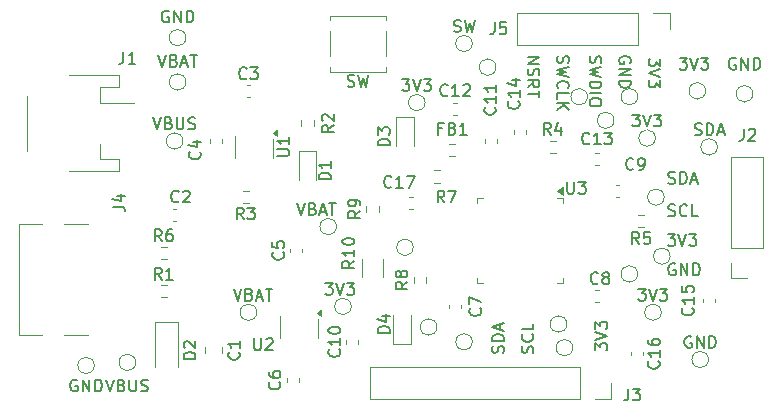
<source format=gbr>
%TF.GenerationSoftware,KiCad,Pcbnew,9.0.2*%
%TF.CreationDate,2025-08-19T18:25:56-04:00*%
%TF.ProjectId,GymDevice,47796d44-6576-4696-9365-2e6b69636164,rev?*%
%TF.SameCoordinates,Original*%
%TF.FileFunction,Legend,Top*%
%TF.FilePolarity,Positive*%
%FSLAX46Y46*%
G04 Gerber Fmt 4.6, Leading zero omitted, Abs format (unit mm)*
G04 Created by KiCad (PCBNEW 9.0.2) date 2025-08-19 18:25:56*
%MOMM*%
%LPD*%
G01*
G04 APERTURE LIST*
%ADD10C,0.200000*%
%ADD11C,0.150000*%
%ADD12C,0.120000*%
G04 APERTURE END LIST*
D10*
X74430400Y-29822054D02*
X74382780Y-29964911D01*
X74382780Y-29964911D02*
X74382780Y-30203006D01*
X74382780Y-30203006D02*
X74430400Y-30298244D01*
X74430400Y-30298244D02*
X74478019Y-30345863D01*
X74478019Y-30345863D02*
X74573257Y-30393482D01*
X74573257Y-30393482D02*
X74668495Y-30393482D01*
X74668495Y-30393482D02*
X74763733Y-30345863D01*
X74763733Y-30345863D02*
X74811352Y-30298244D01*
X74811352Y-30298244D02*
X74858971Y-30203006D01*
X74858971Y-30203006D02*
X74906590Y-30012530D01*
X74906590Y-30012530D02*
X74954209Y-29917292D01*
X74954209Y-29917292D02*
X75001828Y-29869673D01*
X75001828Y-29869673D02*
X75097066Y-29822054D01*
X75097066Y-29822054D02*
X75192304Y-29822054D01*
X75192304Y-29822054D02*
X75287542Y-29869673D01*
X75287542Y-29869673D02*
X75335161Y-29917292D01*
X75335161Y-29917292D02*
X75382780Y-30012530D01*
X75382780Y-30012530D02*
X75382780Y-30250625D01*
X75382780Y-30250625D02*
X75335161Y-30393482D01*
X75382780Y-30726816D02*
X74382780Y-30964911D01*
X74382780Y-30964911D02*
X75097066Y-31155387D01*
X75097066Y-31155387D02*
X74382780Y-31345863D01*
X74382780Y-31345863D02*
X75382780Y-31583959D01*
X74382780Y-31964911D02*
X75382780Y-31964911D01*
X75382780Y-31964911D02*
X75382780Y-32203006D01*
X75382780Y-32203006D02*
X75335161Y-32345863D01*
X75335161Y-32345863D02*
X75239923Y-32441101D01*
X75239923Y-32441101D02*
X75144685Y-32488720D01*
X75144685Y-32488720D02*
X74954209Y-32536339D01*
X74954209Y-32536339D02*
X74811352Y-32536339D01*
X74811352Y-32536339D02*
X74620876Y-32488720D01*
X74620876Y-32488720D02*
X74525638Y-32441101D01*
X74525638Y-32441101D02*
X74430400Y-32345863D01*
X74430400Y-32345863D02*
X74382780Y-32203006D01*
X74382780Y-32203006D02*
X74382780Y-31964911D01*
X74382780Y-32964911D02*
X75382780Y-32964911D01*
X75382780Y-33631577D02*
X75382780Y-33822053D01*
X75382780Y-33822053D02*
X75335161Y-33917291D01*
X75335161Y-33917291D02*
X75239923Y-34012529D01*
X75239923Y-34012529D02*
X75049447Y-34060148D01*
X75049447Y-34060148D02*
X74716114Y-34060148D01*
X74716114Y-34060148D02*
X74525638Y-34012529D01*
X74525638Y-34012529D02*
X74430400Y-33917291D01*
X74430400Y-33917291D02*
X74382780Y-33822053D01*
X74382780Y-33822053D02*
X74382780Y-33631577D01*
X74382780Y-33631577D02*
X74430400Y-33536339D01*
X74430400Y-33536339D02*
X74525638Y-33441101D01*
X74525638Y-33441101D02*
X74716114Y-33393482D01*
X74716114Y-33393482D02*
X75049447Y-33393482D01*
X75049447Y-33393482D02*
X75239923Y-33441101D01*
X75239923Y-33441101D02*
X75335161Y-33536339D01*
X75335161Y-33536339D02*
X75382780Y-33631577D01*
X81047054Y-43319600D02*
X81189911Y-43367219D01*
X81189911Y-43367219D02*
X81428006Y-43367219D01*
X81428006Y-43367219D02*
X81523244Y-43319600D01*
X81523244Y-43319600D02*
X81570863Y-43271980D01*
X81570863Y-43271980D02*
X81618482Y-43176742D01*
X81618482Y-43176742D02*
X81618482Y-43081504D01*
X81618482Y-43081504D02*
X81570863Y-42986266D01*
X81570863Y-42986266D02*
X81523244Y-42938647D01*
X81523244Y-42938647D02*
X81428006Y-42891028D01*
X81428006Y-42891028D02*
X81237530Y-42843409D01*
X81237530Y-42843409D02*
X81142292Y-42795790D01*
X81142292Y-42795790D02*
X81094673Y-42748171D01*
X81094673Y-42748171D02*
X81047054Y-42652933D01*
X81047054Y-42652933D02*
X81047054Y-42557695D01*
X81047054Y-42557695D02*
X81094673Y-42462457D01*
X81094673Y-42462457D02*
X81142292Y-42414838D01*
X81142292Y-42414838D02*
X81237530Y-42367219D01*
X81237530Y-42367219D02*
X81475625Y-42367219D01*
X81475625Y-42367219D02*
X81618482Y-42414838D01*
X82618482Y-43271980D02*
X82570863Y-43319600D01*
X82570863Y-43319600D02*
X82428006Y-43367219D01*
X82428006Y-43367219D02*
X82332768Y-43367219D01*
X82332768Y-43367219D02*
X82189911Y-43319600D01*
X82189911Y-43319600D02*
X82094673Y-43224361D01*
X82094673Y-43224361D02*
X82047054Y-43129123D01*
X82047054Y-43129123D02*
X81999435Y-42938647D01*
X81999435Y-42938647D02*
X81999435Y-42795790D01*
X81999435Y-42795790D02*
X82047054Y-42605314D01*
X82047054Y-42605314D02*
X82094673Y-42510076D01*
X82094673Y-42510076D02*
X82189911Y-42414838D01*
X82189911Y-42414838D02*
X82332768Y-42367219D01*
X82332768Y-42367219D02*
X82428006Y-42367219D01*
X82428006Y-42367219D02*
X82570863Y-42414838D01*
X82570863Y-42414838D02*
X82618482Y-42462457D01*
X83523244Y-43367219D02*
X83047054Y-43367219D01*
X83047054Y-43367219D02*
X83047054Y-42367219D01*
X81618482Y-47414838D02*
X81523244Y-47367219D01*
X81523244Y-47367219D02*
X81380387Y-47367219D01*
X81380387Y-47367219D02*
X81237530Y-47414838D01*
X81237530Y-47414838D02*
X81142292Y-47510076D01*
X81142292Y-47510076D02*
X81094673Y-47605314D01*
X81094673Y-47605314D02*
X81047054Y-47795790D01*
X81047054Y-47795790D02*
X81047054Y-47938647D01*
X81047054Y-47938647D02*
X81094673Y-48129123D01*
X81094673Y-48129123D02*
X81142292Y-48224361D01*
X81142292Y-48224361D02*
X81237530Y-48319600D01*
X81237530Y-48319600D02*
X81380387Y-48367219D01*
X81380387Y-48367219D02*
X81475625Y-48367219D01*
X81475625Y-48367219D02*
X81618482Y-48319600D01*
X81618482Y-48319600D02*
X81666101Y-48271980D01*
X81666101Y-48271980D02*
X81666101Y-47938647D01*
X81666101Y-47938647D02*
X81475625Y-47938647D01*
X82094673Y-48367219D02*
X82094673Y-47367219D01*
X82094673Y-47367219D02*
X82666101Y-48367219D01*
X82666101Y-48367219D02*
X82666101Y-47367219D01*
X83142292Y-48367219D02*
X83142292Y-47367219D01*
X83142292Y-47367219D02*
X83380387Y-47367219D01*
X83380387Y-47367219D02*
X83523244Y-47414838D01*
X83523244Y-47414838D02*
X83618482Y-47510076D01*
X83618482Y-47510076D02*
X83666101Y-47605314D01*
X83666101Y-47605314D02*
X83713720Y-47795790D01*
X83713720Y-47795790D02*
X83713720Y-47938647D01*
X83713720Y-47938647D02*
X83666101Y-48129123D01*
X83666101Y-48129123D02*
X83618482Y-48224361D01*
X83618482Y-48224361D02*
X83523244Y-48319600D01*
X83523244Y-48319600D02*
X83380387Y-48367219D01*
X83380387Y-48367219D02*
X83142292Y-48367219D01*
X69569600Y-54927945D02*
X69617219Y-54785088D01*
X69617219Y-54785088D02*
X69617219Y-54546993D01*
X69617219Y-54546993D02*
X69569600Y-54451755D01*
X69569600Y-54451755D02*
X69521980Y-54404136D01*
X69521980Y-54404136D02*
X69426742Y-54356517D01*
X69426742Y-54356517D02*
X69331504Y-54356517D01*
X69331504Y-54356517D02*
X69236266Y-54404136D01*
X69236266Y-54404136D02*
X69188647Y-54451755D01*
X69188647Y-54451755D02*
X69141028Y-54546993D01*
X69141028Y-54546993D02*
X69093409Y-54737469D01*
X69093409Y-54737469D02*
X69045790Y-54832707D01*
X69045790Y-54832707D02*
X68998171Y-54880326D01*
X68998171Y-54880326D02*
X68902933Y-54927945D01*
X68902933Y-54927945D02*
X68807695Y-54927945D01*
X68807695Y-54927945D02*
X68712457Y-54880326D01*
X68712457Y-54880326D02*
X68664838Y-54832707D01*
X68664838Y-54832707D02*
X68617219Y-54737469D01*
X68617219Y-54737469D02*
X68617219Y-54499374D01*
X68617219Y-54499374D02*
X68664838Y-54356517D01*
X69521980Y-53356517D02*
X69569600Y-53404136D01*
X69569600Y-53404136D02*
X69617219Y-53546993D01*
X69617219Y-53546993D02*
X69617219Y-53642231D01*
X69617219Y-53642231D02*
X69569600Y-53785088D01*
X69569600Y-53785088D02*
X69474361Y-53880326D01*
X69474361Y-53880326D02*
X69379123Y-53927945D01*
X69379123Y-53927945D02*
X69188647Y-53975564D01*
X69188647Y-53975564D02*
X69045790Y-53975564D01*
X69045790Y-53975564D02*
X68855314Y-53927945D01*
X68855314Y-53927945D02*
X68760076Y-53880326D01*
X68760076Y-53880326D02*
X68664838Y-53785088D01*
X68664838Y-53785088D02*
X68617219Y-53642231D01*
X68617219Y-53642231D02*
X68617219Y-53546993D01*
X68617219Y-53546993D02*
X68664838Y-53404136D01*
X68664838Y-53404136D02*
X68712457Y-53356517D01*
X69617219Y-52451755D02*
X69617219Y-52927945D01*
X69617219Y-52927945D02*
X68617219Y-52927945D01*
X71680400Y-29822054D02*
X71632780Y-29964911D01*
X71632780Y-29964911D02*
X71632780Y-30203006D01*
X71632780Y-30203006D02*
X71680400Y-30298244D01*
X71680400Y-30298244D02*
X71728019Y-30345863D01*
X71728019Y-30345863D02*
X71823257Y-30393482D01*
X71823257Y-30393482D02*
X71918495Y-30393482D01*
X71918495Y-30393482D02*
X72013733Y-30345863D01*
X72013733Y-30345863D02*
X72061352Y-30298244D01*
X72061352Y-30298244D02*
X72108971Y-30203006D01*
X72108971Y-30203006D02*
X72156590Y-30012530D01*
X72156590Y-30012530D02*
X72204209Y-29917292D01*
X72204209Y-29917292D02*
X72251828Y-29869673D01*
X72251828Y-29869673D02*
X72347066Y-29822054D01*
X72347066Y-29822054D02*
X72442304Y-29822054D01*
X72442304Y-29822054D02*
X72537542Y-29869673D01*
X72537542Y-29869673D02*
X72585161Y-29917292D01*
X72585161Y-29917292D02*
X72632780Y-30012530D01*
X72632780Y-30012530D02*
X72632780Y-30250625D01*
X72632780Y-30250625D02*
X72585161Y-30393482D01*
X72632780Y-30726816D02*
X71632780Y-30964911D01*
X71632780Y-30964911D02*
X72347066Y-31155387D01*
X72347066Y-31155387D02*
X71632780Y-31345863D01*
X71632780Y-31345863D02*
X72632780Y-31583959D01*
X71728019Y-32536339D02*
X71680400Y-32488720D01*
X71680400Y-32488720D02*
X71632780Y-32345863D01*
X71632780Y-32345863D02*
X71632780Y-32250625D01*
X71632780Y-32250625D02*
X71680400Y-32107768D01*
X71680400Y-32107768D02*
X71775638Y-32012530D01*
X71775638Y-32012530D02*
X71870876Y-31964911D01*
X71870876Y-31964911D02*
X72061352Y-31917292D01*
X72061352Y-31917292D02*
X72204209Y-31917292D01*
X72204209Y-31917292D02*
X72394685Y-31964911D01*
X72394685Y-31964911D02*
X72489923Y-32012530D01*
X72489923Y-32012530D02*
X72585161Y-32107768D01*
X72585161Y-32107768D02*
X72632780Y-32250625D01*
X72632780Y-32250625D02*
X72632780Y-32345863D01*
X72632780Y-32345863D02*
X72585161Y-32488720D01*
X72585161Y-32488720D02*
X72537542Y-32536339D01*
X71632780Y-33441101D02*
X71632780Y-32964911D01*
X71632780Y-32964911D02*
X72632780Y-32964911D01*
X71632780Y-33774435D02*
X72632780Y-33774435D01*
X71632780Y-34345863D02*
X72204209Y-33917292D01*
X72632780Y-34345863D02*
X72061352Y-33774435D01*
X74867219Y-54725564D02*
X74867219Y-54106517D01*
X74867219Y-54106517D02*
X75248171Y-54439850D01*
X75248171Y-54439850D02*
X75248171Y-54296993D01*
X75248171Y-54296993D02*
X75295790Y-54201755D01*
X75295790Y-54201755D02*
X75343409Y-54154136D01*
X75343409Y-54154136D02*
X75438647Y-54106517D01*
X75438647Y-54106517D02*
X75676742Y-54106517D01*
X75676742Y-54106517D02*
X75771980Y-54154136D01*
X75771980Y-54154136D02*
X75819600Y-54201755D01*
X75819600Y-54201755D02*
X75867219Y-54296993D01*
X75867219Y-54296993D02*
X75867219Y-54582707D01*
X75867219Y-54582707D02*
X75819600Y-54677945D01*
X75819600Y-54677945D02*
X75771980Y-54725564D01*
X74867219Y-53820802D02*
X75867219Y-53487469D01*
X75867219Y-53487469D02*
X74867219Y-53154136D01*
X74867219Y-52916040D02*
X74867219Y-52296993D01*
X74867219Y-52296993D02*
X75248171Y-52630326D01*
X75248171Y-52630326D02*
X75248171Y-52487469D01*
X75248171Y-52487469D02*
X75295790Y-52392231D01*
X75295790Y-52392231D02*
X75343409Y-52344612D01*
X75343409Y-52344612D02*
X75438647Y-52296993D01*
X75438647Y-52296993D02*
X75676742Y-52296993D01*
X75676742Y-52296993D02*
X75771980Y-52344612D01*
X75771980Y-52344612D02*
X75819600Y-52392231D01*
X75819600Y-52392231D02*
X75867219Y-52487469D01*
X75867219Y-52487469D02*
X75867219Y-52773183D01*
X75867219Y-52773183D02*
X75819600Y-52868421D01*
X75819600Y-52868421D02*
X75771980Y-52916040D01*
X67069600Y-54927945D02*
X67117219Y-54785088D01*
X67117219Y-54785088D02*
X67117219Y-54546993D01*
X67117219Y-54546993D02*
X67069600Y-54451755D01*
X67069600Y-54451755D02*
X67021980Y-54404136D01*
X67021980Y-54404136D02*
X66926742Y-54356517D01*
X66926742Y-54356517D02*
X66831504Y-54356517D01*
X66831504Y-54356517D02*
X66736266Y-54404136D01*
X66736266Y-54404136D02*
X66688647Y-54451755D01*
X66688647Y-54451755D02*
X66641028Y-54546993D01*
X66641028Y-54546993D02*
X66593409Y-54737469D01*
X66593409Y-54737469D02*
X66545790Y-54832707D01*
X66545790Y-54832707D02*
X66498171Y-54880326D01*
X66498171Y-54880326D02*
X66402933Y-54927945D01*
X66402933Y-54927945D02*
X66307695Y-54927945D01*
X66307695Y-54927945D02*
X66212457Y-54880326D01*
X66212457Y-54880326D02*
X66164838Y-54832707D01*
X66164838Y-54832707D02*
X66117219Y-54737469D01*
X66117219Y-54737469D02*
X66117219Y-54499374D01*
X66117219Y-54499374D02*
X66164838Y-54356517D01*
X67117219Y-53927945D02*
X66117219Y-53927945D01*
X66117219Y-53927945D02*
X66117219Y-53689850D01*
X66117219Y-53689850D02*
X66164838Y-53546993D01*
X66164838Y-53546993D02*
X66260076Y-53451755D01*
X66260076Y-53451755D02*
X66355314Y-53404136D01*
X66355314Y-53404136D02*
X66545790Y-53356517D01*
X66545790Y-53356517D02*
X66688647Y-53356517D01*
X66688647Y-53356517D02*
X66879123Y-53404136D01*
X66879123Y-53404136D02*
X66974361Y-53451755D01*
X66974361Y-53451755D02*
X67069600Y-53546993D01*
X67069600Y-53546993D02*
X67117219Y-53689850D01*
X67117219Y-53689850D02*
X67117219Y-53927945D01*
X66831504Y-52975564D02*
X66831504Y-52499374D01*
X67117219Y-53070802D02*
X66117219Y-52737469D01*
X66117219Y-52737469D02*
X67117219Y-52404136D01*
X81047054Y-40569600D02*
X81189911Y-40617219D01*
X81189911Y-40617219D02*
X81428006Y-40617219D01*
X81428006Y-40617219D02*
X81523244Y-40569600D01*
X81523244Y-40569600D02*
X81570863Y-40521980D01*
X81570863Y-40521980D02*
X81618482Y-40426742D01*
X81618482Y-40426742D02*
X81618482Y-40331504D01*
X81618482Y-40331504D02*
X81570863Y-40236266D01*
X81570863Y-40236266D02*
X81523244Y-40188647D01*
X81523244Y-40188647D02*
X81428006Y-40141028D01*
X81428006Y-40141028D02*
X81237530Y-40093409D01*
X81237530Y-40093409D02*
X81142292Y-40045790D01*
X81142292Y-40045790D02*
X81094673Y-39998171D01*
X81094673Y-39998171D02*
X81047054Y-39902933D01*
X81047054Y-39902933D02*
X81047054Y-39807695D01*
X81047054Y-39807695D02*
X81094673Y-39712457D01*
X81094673Y-39712457D02*
X81142292Y-39664838D01*
X81142292Y-39664838D02*
X81237530Y-39617219D01*
X81237530Y-39617219D02*
X81475625Y-39617219D01*
X81475625Y-39617219D02*
X81618482Y-39664838D01*
X82047054Y-40617219D02*
X82047054Y-39617219D01*
X82047054Y-39617219D02*
X82285149Y-39617219D01*
X82285149Y-39617219D02*
X82428006Y-39664838D01*
X82428006Y-39664838D02*
X82523244Y-39760076D01*
X82523244Y-39760076D02*
X82570863Y-39855314D01*
X82570863Y-39855314D02*
X82618482Y-40045790D01*
X82618482Y-40045790D02*
X82618482Y-40188647D01*
X82618482Y-40188647D02*
X82570863Y-40379123D01*
X82570863Y-40379123D02*
X82523244Y-40474361D01*
X82523244Y-40474361D02*
X82428006Y-40569600D01*
X82428006Y-40569600D02*
X82285149Y-40617219D01*
X82285149Y-40617219D02*
X82047054Y-40617219D01*
X82999435Y-40331504D02*
X83475625Y-40331504D01*
X82904197Y-40617219D02*
X83237530Y-39617219D01*
X83237530Y-39617219D02*
X83570863Y-40617219D01*
X77835161Y-30393482D02*
X77882780Y-30298244D01*
X77882780Y-30298244D02*
X77882780Y-30155387D01*
X77882780Y-30155387D02*
X77835161Y-30012530D01*
X77835161Y-30012530D02*
X77739923Y-29917292D01*
X77739923Y-29917292D02*
X77644685Y-29869673D01*
X77644685Y-29869673D02*
X77454209Y-29822054D01*
X77454209Y-29822054D02*
X77311352Y-29822054D01*
X77311352Y-29822054D02*
X77120876Y-29869673D01*
X77120876Y-29869673D02*
X77025638Y-29917292D01*
X77025638Y-29917292D02*
X76930400Y-30012530D01*
X76930400Y-30012530D02*
X76882780Y-30155387D01*
X76882780Y-30155387D02*
X76882780Y-30250625D01*
X76882780Y-30250625D02*
X76930400Y-30393482D01*
X76930400Y-30393482D02*
X76978019Y-30441101D01*
X76978019Y-30441101D02*
X77311352Y-30441101D01*
X77311352Y-30441101D02*
X77311352Y-30250625D01*
X76882780Y-30869673D02*
X77882780Y-30869673D01*
X77882780Y-30869673D02*
X76882780Y-31441101D01*
X76882780Y-31441101D02*
X77882780Y-31441101D01*
X76882780Y-31917292D02*
X77882780Y-31917292D01*
X77882780Y-31917292D02*
X77882780Y-32155387D01*
X77882780Y-32155387D02*
X77835161Y-32298244D01*
X77835161Y-32298244D02*
X77739923Y-32393482D01*
X77739923Y-32393482D02*
X77644685Y-32441101D01*
X77644685Y-32441101D02*
X77454209Y-32488720D01*
X77454209Y-32488720D02*
X77311352Y-32488720D01*
X77311352Y-32488720D02*
X77120876Y-32441101D01*
X77120876Y-32441101D02*
X77025638Y-32393482D01*
X77025638Y-32393482D02*
X76930400Y-32298244D01*
X76930400Y-32298244D02*
X76882780Y-32155387D01*
X76882780Y-32155387D02*
X76882780Y-31917292D01*
X80382780Y-30024435D02*
X80382780Y-30643482D01*
X80382780Y-30643482D02*
X80001828Y-30310149D01*
X80001828Y-30310149D02*
X80001828Y-30453006D01*
X80001828Y-30453006D02*
X79954209Y-30548244D01*
X79954209Y-30548244D02*
X79906590Y-30595863D01*
X79906590Y-30595863D02*
X79811352Y-30643482D01*
X79811352Y-30643482D02*
X79573257Y-30643482D01*
X79573257Y-30643482D02*
X79478019Y-30595863D01*
X79478019Y-30595863D02*
X79430400Y-30548244D01*
X79430400Y-30548244D02*
X79382780Y-30453006D01*
X79382780Y-30453006D02*
X79382780Y-30167292D01*
X79382780Y-30167292D02*
X79430400Y-30072054D01*
X79430400Y-30072054D02*
X79478019Y-30024435D01*
X80382780Y-30929197D02*
X79382780Y-31262530D01*
X79382780Y-31262530D02*
X80382780Y-31595863D01*
X80382780Y-31833959D02*
X80382780Y-32453006D01*
X80382780Y-32453006D02*
X80001828Y-32119673D01*
X80001828Y-32119673D02*
X80001828Y-32262530D01*
X80001828Y-32262530D02*
X79954209Y-32357768D01*
X79954209Y-32357768D02*
X79906590Y-32405387D01*
X79906590Y-32405387D02*
X79811352Y-32453006D01*
X79811352Y-32453006D02*
X79573257Y-32453006D01*
X79573257Y-32453006D02*
X79478019Y-32405387D01*
X79478019Y-32405387D02*
X79430400Y-32357768D01*
X79430400Y-32357768D02*
X79382780Y-32262530D01*
X79382780Y-32262530D02*
X79382780Y-31976816D01*
X79382780Y-31976816D02*
X79430400Y-31881578D01*
X79430400Y-31881578D02*
X79478019Y-31833959D01*
X69132780Y-29869673D02*
X70132780Y-29869673D01*
X70132780Y-29869673D02*
X69132780Y-30441101D01*
X69132780Y-30441101D02*
X70132780Y-30441101D01*
X69180400Y-30869673D02*
X69132780Y-31012530D01*
X69132780Y-31012530D02*
X69132780Y-31250625D01*
X69132780Y-31250625D02*
X69180400Y-31345863D01*
X69180400Y-31345863D02*
X69228019Y-31393482D01*
X69228019Y-31393482D02*
X69323257Y-31441101D01*
X69323257Y-31441101D02*
X69418495Y-31441101D01*
X69418495Y-31441101D02*
X69513733Y-31393482D01*
X69513733Y-31393482D02*
X69561352Y-31345863D01*
X69561352Y-31345863D02*
X69608971Y-31250625D01*
X69608971Y-31250625D02*
X69656590Y-31060149D01*
X69656590Y-31060149D02*
X69704209Y-30964911D01*
X69704209Y-30964911D02*
X69751828Y-30917292D01*
X69751828Y-30917292D02*
X69847066Y-30869673D01*
X69847066Y-30869673D02*
X69942304Y-30869673D01*
X69942304Y-30869673D02*
X70037542Y-30917292D01*
X70037542Y-30917292D02*
X70085161Y-30964911D01*
X70085161Y-30964911D02*
X70132780Y-31060149D01*
X70132780Y-31060149D02*
X70132780Y-31298244D01*
X70132780Y-31298244D02*
X70085161Y-31441101D01*
X69132780Y-32441101D02*
X69608971Y-32107768D01*
X69132780Y-31869673D02*
X70132780Y-31869673D01*
X70132780Y-31869673D02*
X70132780Y-32250625D01*
X70132780Y-32250625D02*
X70085161Y-32345863D01*
X70085161Y-32345863D02*
X70037542Y-32393482D01*
X70037542Y-32393482D02*
X69942304Y-32441101D01*
X69942304Y-32441101D02*
X69799447Y-32441101D01*
X69799447Y-32441101D02*
X69704209Y-32393482D01*
X69704209Y-32393482D02*
X69656590Y-32345863D01*
X69656590Y-32345863D02*
X69608971Y-32250625D01*
X69608971Y-32250625D02*
X69608971Y-31869673D01*
X70132780Y-32726816D02*
X70132780Y-33298244D01*
X69132780Y-33012530D02*
X70132780Y-33012530D01*
X80999435Y-44867219D02*
X81618482Y-44867219D01*
X81618482Y-44867219D02*
X81285149Y-45248171D01*
X81285149Y-45248171D02*
X81428006Y-45248171D01*
X81428006Y-45248171D02*
X81523244Y-45295790D01*
X81523244Y-45295790D02*
X81570863Y-45343409D01*
X81570863Y-45343409D02*
X81618482Y-45438647D01*
X81618482Y-45438647D02*
X81618482Y-45676742D01*
X81618482Y-45676742D02*
X81570863Y-45771980D01*
X81570863Y-45771980D02*
X81523244Y-45819600D01*
X81523244Y-45819600D02*
X81428006Y-45867219D01*
X81428006Y-45867219D02*
X81142292Y-45867219D01*
X81142292Y-45867219D02*
X81047054Y-45819600D01*
X81047054Y-45819600D02*
X80999435Y-45771980D01*
X81904197Y-44867219D02*
X82237530Y-45867219D01*
X82237530Y-45867219D02*
X82570863Y-44867219D01*
X82808959Y-44867219D02*
X83428006Y-44867219D01*
X83428006Y-44867219D02*
X83094673Y-45248171D01*
X83094673Y-45248171D02*
X83237530Y-45248171D01*
X83237530Y-45248171D02*
X83332768Y-45295790D01*
X83332768Y-45295790D02*
X83380387Y-45343409D01*
X83380387Y-45343409D02*
X83428006Y-45438647D01*
X83428006Y-45438647D02*
X83428006Y-45676742D01*
X83428006Y-45676742D02*
X83380387Y-45771980D01*
X83380387Y-45771980D02*
X83332768Y-45819600D01*
X83332768Y-45819600D02*
X83237530Y-45867219D01*
X83237530Y-45867219D02*
X82951816Y-45867219D01*
X82951816Y-45867219D02*
X82856578Y-45819600D01*
X82856578Y-45819600D02*
X82808959Y-45771980D01*
D11*
X83285714Y-36459200D02*
X83428571Y-36506819D01*
X83428571Y-36506819D02*
X83666666Y-36506819D01*
X83666666Y-36506819D02*
X83761904Y-36459200D01*
X83761904Y-36459200D02*
X83809523Y-36411580D01*
X83809523Y-36411580D02*
X83857142Y-36316342D01*
X83857142Y-36316342D02*
X83857142Y-36221104D01*
X83857142Y-36221104D02*
X83809523Y-36125866D01*
X83809523Y-36125866D02*
X83761904Y-36078247D01*
X83761904Y-36078247D02*
X83666666Y-36030628D01*
X83666666Y-36030628D02*
X83476190Y-35983009D01*
X83476190Y-35983009D02*
X83380952Y-35935390D01*
X83380952Y-35935390D02*
X83333333Y-35887771D01*
X83333333Y-35887771D02*
X83285714Y-35792533D01*
X83285714Y-35792533D02*
X83285714Y-35697295D01*
X83285714Y-35697295D02*
X83333333Y-35602057D01*
X83333333Y-35602057D02*
X83380952Y-35554438D01*
X83380952Y-35554438D02*
X83476190Y-35506819D01*
X83476190Y-35506819D02*
X83714285Y-35506819D01*
X83714285Y-35506819D02*
X83857142Y-35554438D01*
X84285714Y-36506819D02*
X84285714Y-35506819D01*
X84285714Y-35506819D02*
X84523809Y-35506819D01*
X84523809Y-35506819D02*
X84666666Y-35554438D01*
X84666666Y-35554438D02*
X84761904Y-35649676D01*
X84761904Y-35649676D02*
X84809523Y-35744914D01*
X84809523Y-35744914D02*
X84857142Y-35935390D01*
X84857142Y-35935390D02*
X84857142Y-36078247D01*
X84857142Y-36078247D02*
X84809523Y-36268723D01*
X84809523Y-36268723D02*
X84761904Y-36363961D01*
X84761904Y-36363961D02*
X84666666Y-36459200D01*
X84666666Y-36459200D02*
X84523809Y-36506819D01*
X84523809Y-36506819D02*
X84285714Y-36506819D01*
X85238095Y-36221104D02*
X85714285Y-36221104D01*
X85142857Y-36506819D02*
X85476190Y-35506819D01*
X85476190Y-35506819D02*
X85809523Y-36506819D01*
X78011905Y-34756819D02*
X78630952Y-34756819D01*
X78630952Y-34756819D02*
X78297619Y-35137771D01*
X78297619Y-35137771D02*
X78440476Y-35137771D01*
X78440476Y-35137771D02*
X78535714Y-35185390D01*
X78535714Y-35185390D02*
X78583333Y-35233009D01*
X78583333Y-35233009D02*
X78630952Y-35328247D01*
X78630952Y-35328247D02*
X78630952Y-35566342D01*
X78630952Y-35566342D02*
X78583333Y-35661580D01*
X78583333Y-35661580D02*
X78535714Y-35709200D01*
X78535714Y-35709200D02*
X78440476Y-35756819D01*
X78440476Y-35756819D02*
X78154762Y-35756819D01*
X78154762Y-35756819D02*
X78059524Y-35709200D01*
X78059524Y-35709200D02*
X78011905Y-35661580D01*
X78916667Y-34756819D02*
X79250000Y-35756819D01*
X79250000Y-35756819D02*
X79583333Y-34756819D01*
X79821429Y-34756819D02*
X80440476Y-34756819D01*
X80440476Y-34756819D02*
X80107143Y-35137771D01*
X80107143Y-35137771D02*
X80250000Y-35137771D01*
X80250000Y-35137771D02*
X80345238Y-35185390D01*
X80345238Y-35185390D02*
X80392857Y-35233009D01*
X80392857Y-35233009D02*
X80440476Y-35328247D01*
X80440476Y-35328247D02*
X80440476Y-35566342D01*
X80440476Y-35566342D02*
X80392857Y-35661580D01*
X80392857Y-35661580D02*
X80345238Y-35709200D01*
X80345238Y-35709200D02*
X80250000Y-35756819D01*
X80250000Y-35756819D02*
X79964286Y-35756819D01*
X79964286Y-35756819D02*
X79869048Y-35709200D01*
X79869048Y-35709200D02*
X79821429Y-35661580D01*
X78511905Y-49506819D02*
X79130952Y-49506819D01*
X79130952Y-49506819D02*
X78797619Y-49887771D01*
X78797619Y-49887771D02*
X78940476Y-49887771D01*
X78940476Y-49887771D02*
X79035714Y-49935390D01*
X79035714Y-49935390D02*
X79083333Y-49983009D01*
X79083333Y-49983009D02*
X79130952Y-50078247D01*
X79130952Y-50078247D02*
X79130952Y-50316342D01*
X79130952Y-50316342D02*
X79083333Y-50411580D01*
X79083333Y-50411580D02*
X79035714Y-50459200D01*
X79035714Y-50459200D02*
X78940476Y-50506819D01*
X78940476Y-50506819D02*
X78654762Y-50506819D01*
X78654762Y-50506819D02*
X78559524Y-50459200D01*
X78559524Y-50459200D02*
X78511905Y-50411580D01*
X79416667Y-49506819D02*
X79750000Y-50506819D01*
X79750000Y-50506819D02*
X80083333Y-49506819D01*
X80321429Y-49506819D02*
X80940476Y-49506819D01*
X80940476Y-49506819D02*
X80607143Y-49887771D01*
X80607143Y-49887771D02*
X80750000Y-49887771D01*
X80750000Y-49887771D02*
X80845238Y-49935390D01*
X80845238Y-49935390D02*
X80892857Y-49983009D01*
X80892857Y-49983009D02*
X80940476Y-50078247D01*
X80940476Y-50078247D02*
X80940476Y-50316342D01*
X80940476Y-50316342D02*
X80892857Y-50411580D01*
X80892857Y-50411580D02*
X80845238Y-50459200D01*
X80845238Y-50459200D02*
X80750000Y-50506819D01*
X80750000Y-50506819D02*
X80464286Y-50506819D01*
X80464286Y-50506819D02*
X80369048Y-50459200D01*
X80369048Y-50459200D02*
X80321429Y-50411580D01*
X62892857Y-27709200D02*
X63035714Y-27756819D01*
X63035714Y-27756819D02*
X63273809Y-27756819D01*
X63273809Y-27756819D02*
X63369047Y-27709200D01*
X63369047Y-27709200D02*
X63416666Y-27661580D01*
X63416666Y-27661580D02*
X63464285Y-27566342D01*
X63464285Y-27566342D02*
X63464285Y-27471104D01*
X63464285Y-27471104D02*
X63416666Y-27375866D01*
X63416666Y-27375866D02*
X63369047Y-27328247D01*
X63369047Y-27328247D02*
X63273809Y-27280628D01*
X63273809Y-27280628D02*
X63083333Y-27233009D01*
X63083333Y-27233009D02*
X62988095Y-27185390D01*
X62988095Y-27185390D02*
X62940476Y-27137771D01*
X62940476Y-27137771D02*
X62892857Y-27042533D01*
X62892857Y-27042533D02*
X62892857Y-26947295D01*
X62892857Y-26947295D02*
X62940476Y-26852057D01*
X62940476Y-26852057D02*
X62988095Y-26804438D01*
X62988095Y-26804438D02*
X63083333Y-26756819D01*
X63083333Y-26756819D02*
X63321428Y-26756819D01*
X63321428Y-26756819D02*
X63464285Y-26804438D01*
X63797619Y-26756819D02*
X64035714Y-27756819D01*
X64035714Y-27756819D02*
X64226190Y-27042533D01*
X64226190Y-27042533D02*
X64416666Y-27756819D01*
X64416666Y-27756819D02*
X64654762Y-26756819D01*
X58511905Y-31756819D02*
X59130952Y-31756819D01*
X59130952Y-31756819D02*
X58797619Y-32137771D01*
X58797619Y-32137771D02*
X58940476Y-32137771D01*
X58940476Y-32137771D02*
X59035714Y-32185390D01*
X59035714Y-32185390D02*
X59083333Y-32233009D01*
X59083333Y-32233009D02*
X59130952Y-32328247D01*
X59130952Y-32328247D02*
X59130952Y-32566342D01*
X59130952Y-32566342D02*
X59083333Y-32661580D01*
X59083333Y-32661580D02*
X59035714Y-32709200D01*
X59035714Y-32709200D02*
X58940476Y-32756819D01*
X58940476Y-32756819D02*
X58654762Y-32756819D01*
X58654762Y-32756819D02*
X58559524Y-32709200D01*
X58559524Y-32709200D02*
X58511905Y-32661580D01*
X59416667Y-31756819D02*
X59750000Y-32756819D01*
X59750000Y-32756819D02*
X60083333Y-31756819D01*
X60321429Y-31756819D02*
X60940476Y-31756819D01*
X60940476Y-31756819D02*
X60607143Y-32137771D01*
X60607143Y-32137771D02*
X60750000Y-32137771D01*
X60750000Y-32137771D02*
X60845238Y-32185390D01*
X60845238Y-32185390D02*
X60892857Y-32233009D01*
X60892857Y-32233009D02*
X60940476Y-32328247D01*
X60940476Y-32328247D02*
X60940476Y-32566342D01*
X60940476Y-32566342D02*
X60892857Y-32661580D01*
X60892857Y-32661580D02*
X60845238Y-32709200D01*
X60845238Y-32709200D02*
X60750000Y-32756819D01*
X60750000Y-32756819D02*
X60464286Y-32756819D01*
X60464286Y-32756819D02*
X60369048Y-32709200D01*
X60369048Y-32709200D02*
X60321429Y-32661580D01*
X44238095Y-49506819D02*
X44571428Y-50506819D01*
X44571428Y-50506819D02*
X44904761Y-49506819D01*
X45571428Y-49983009D02*
X45714285Y-50030628D01*
X45714285Y-50030628D02*
X45761904Y-50078247D01*
X45761904Y-50078247D02*
X45809523Y-50173485D01*
X45809523Y-50173485D02*
X45809523Y-50316342D01*
X45809523Y-50316342D02*
X45761904Y-50411580D01*
X45761904Y-50411580D02*
X45714285Y-50459200D01*
X45714285Y-50459200D02*
X45619047Y-50506819D01*
X45619047Y-50506819D02*
X45238095Y-50506819D01*
X45238095Y-50506819D02*
X45238095Y-49506819D01*
X45238095Y-49506819D02*
X45571428Y-49506819D01*
X45571428Y-49506819D02*
X45666666Y-49554438D01*
X45666666Y-49554438D02*
X45714285Y-49602057D01*
X45714285Y-49602057D02*
X45761904Y-49697295D01*
X45761904Y-49697295D02*
X45761904Y-49792533D01*
X45761904Y-49792533D02*
X45714285Y-49887771D01*
X45714285Y-49887771D02*
X45666666Y-49935390D01*
X45666666Y-49935390D02*
X45571428Y-49983009D01*
X45571428Y-49983009D02*
X45238095Y-49983009D01*
X46190476Y-50221104D02*
X46666666Y-50221104D01*
X46095238Y-50506819D02*
X46428571Y-49506819D01*
X46428571Y-49506819D02*
X46761904Y-50506819D01*
X46952381Y-49506819D02*
X47523809Y-49506819D01*
X47238095Y-50506819D02*
X47238095Y-49506819D01*
X52011905Y-49006819D02*
X52630952Y-49006819D01*
X52630952Y-49006819D02*
X52297619Y-49387771D01*
X52297619Y-49387771D02*
X52440476Y-49387771D01*
X52440476Y-49387771D02*
X52535714Y-49435390D01*
X52535714Y-49435390D02*
X52583333Y-49483009D01*
X52583333Y-49483009D02*
X52630952Y-49578247D01*
X52630952Y-49578247D02*
X52630952Y-49816342D01*
X52630952Y-49816342D02*
X52583333Y-49911580D01*
X52583333Y-49911580D02*
X52535714Y-49959200D01*
X52535714Y-49959200D02*
X52440476Y-50006819D01*
X52440476Y-50006819D02*
X52154762Y-50006819D01*
X52154762Y-50006819D02*
X52059524Y-49959200D01*
X52059524Y-49959200D02*
X52011905Y-49911580D01*
X52916667Y-49006819D02*
X53250000Y-50006819D01*
X53250000Y-50006819D02*
X53583333Y-49006819D01*
X53821429Y-49006819D02*
X54440476Y-49006819D01*
X54440476Y-49006819D02*
X54107143Y-49387771D01*
X54107143Y-49387771D02*
X54250000Y-49387771D01*
X54250000Y-49387771D02*
X54345238Y-49435390D01*
X54345238Y-49435390D02*
X54392857Y-49483009D01*
X54392857Y-49483009D02*
X54440476Y-49578247D01*
X54440476Y-49578247D02*
X54440476Y-49816342D01*
X54440476Y-49816342D02*
X54392857Y-49911580D01*
X54392857Y-49911580D02*
X54345238Y-49959200D01*
X54345238Y-49959200D02*
X54250000Y-50006819D01*
X54250000Y-50006819D02*
X53964286Y-50006819D01*
X53964286Y-50006819D02*
X53869048Y-49959200D01*
X53869048Y-49959200D02*
X53821429Y-49911580D01*
X49607143Y-42256819D02*
X49940476Y-43256819D01*
X49940476Y-43256819D02*
X50273809Y-42256819D01*
X50940476Y-42733009D02*
X51083333Y-42780628D01*
X51083333Y-42780628D02*
X51130952Y-42828247D01*
X51130952Y-42828247D02*
X51178571Y-42923485D01*
X51178571Y-42923485D02*
X51178571Y-43066342D01*
X51178571Y-43066342D02*
X51130952Y-43161580D01*
X51130952Y-43161580D02*
X51083333Y-43209200D01*
X51083333Y-43209200D02*
X50988095Y-43256819D01*
X50988095Y-43256819D02*
X50607143Y-43256819D01*
X50607143Y-43256819D02*
X50607143Y-42256819D01*
X50607143Y-42256819D02*
X50940476Y-42256819D01*
X50940476Y-42256819D02*
X51035714Y-42304438D01*
X51035714Y-42304438D02*
X51083333Y-42352057D01*
X51083333Y-42352057D02*
X51130952Y-42447295D01*
X51130952Y-42447295D02*
X51130952Y-42542533D01*
X51130952Y-42542533D02*
X51083333Y-42637771D01*
X51083333Y-42637771D02*
X51035714Y-42685390D01*
X51035714Y-42685390D02*
X50940476Y-42733009D01*
X50940476Y-42733009D02*
X50607143Y-42733009D01*
X51559524Y-42971104D02*
X52035714Y-42971104D01*
X51464286Y-43256819D02*
X51797619Y-42256819D01*
X51797619Y-42256819D02*
X52130952Y-43256819D01*
X52321429Y-42256819D02*
X52892857Y-42256819D01*
X52607143Y-43256819D02*
X52607143Y-42256819D01*
X37416667Y-35006819D02*
X37750000Y-36006819D01*
X37750000Y-36006819D02*
X38083333Y-35006819D01*
X38750000Y-35483009D02*
X38892857Y-35530628D01*
X38892857Y-35530628D02*
X38940476Y-35578247D01*
X38940476Y-35578247D02*
X38988095Y-35673485D01*
X38988095Y-35673485D02*
X38988095Y-35816342D01*
X38988095Y-35816342D02*
X38940476Y-35911580D01*
X38940476Y-35911580D02*
X38892857Y-35959200D01*
X38892857Y-35959200D02*
X38797619Y-36006819D01*
X38797619Y-36006819D02*
X38416667Y-36006819D01*
X38416667Y-36006819D02*
X38416667Y-35006819D01*
X38416667Y-35006819D02*
X38750000Y-35006819D01*
X38750000Y-35006819D02*
X38845238Y-35054438D01*
X38845238Y-35054438D02*
X38892857Y-35102057D01*
X38892857Y-35102057D02*
X38940476Y-35197295D01*
X38940476Y-35197295D02*
X38940476Y-35292533D01*
X38940476Y-35292533D02*
X38892857Y-35387771D01*
X38892857Y-35387771D02*
X38845238Y-35435390D01*
X38845238Y-35435390D02*
X38750000Y-35483009D01*
X38750000Y-35483009D02*
X38416667Y-35483009D01*
X39416667Y-35006819D02*
X39416667Y-35816342D01*
X39416667Y-35816342D02*
X39464286Y-35911580D01*
X39464286Y-35911580D02*
X39511905Y-35959200D01*
X39511905Y-35959200D02*
X39607143Y-36006819D01*
X39607143Y-36006819D02*
X39797619Y-36006819D01*
X39797619Y-36006819D02*
X39892857Y-35959200D01*
X39892857Y-35959200D02*
X39940476Y-35911580D01*
X39940476Y-35911580D02*
X39988095Y-35816342D01*
X39988095Y-35816342D02*
X39988095Y-35006819D01*
X40416667Y-35959200D02*
X40559524Y-36006819D01*
X40559524Y-36006819D02*
X40797619Y-36006819D01*
X40797619Y-36006819D02*
X40892857Y-35959200D01*
X40892857Y-35959200D02*
X40940476Y-35911580D01*
X40940476Y-35911580D02*
X40988095Y-35816342D01*
X40988095Y-35816342D02*
X40988095Y-35721104D01*
X40988095Y-35721104D02*
X40940476Y-35625866D01*
X40940476Y-35625866D02*
X40892857Y-35578247D01*
X40892857Y-35578247D02*
X40797619Y-35530628D01*
X40797619Y-35530628D02*
X40607143Y-35483009D01*
X40607143Y-35483009D02*
X40511905Y-35435390D01*
X40511905Y-35435390D02*
X40464286Y-35387771D01*
X40464286Y-35387771D02*
X40416667Y-35292533D01*
X40416667Y-35292533D02*
X40416667Y-35197295D01*
X40416667Y-35197295D02*
X40464286Y-35102057D01*
X40464286Y-35102057D02*
X40511905Y-35054438D01*
X40511905Y-35054438D02*
X40607143Y-35006819D01*
X40607143Y-35006819D02*
X40845238Y-35006819D01*
X40845238Y-35006819D02*
X40988095Y-35054438D01*
X33416667Y-57204819D02*
X33750000Y-58204819D01*
X33750000Y-58204819D02*
X34083333Y-57204819D01*
X34750000Y-57681009D02*
X34892857Y-57728628D01*
X34892857Y-57728628D02*
X34940476Y-57776247D01*
X34940476Y-57776247D02*
X34988095Y-57871485D01*
X34988095Y-57871485D02*
X34988095Y-58014342D01*
X34988095Y-58014342D02*
X34940476Y-58109580D01*
X34940476Y-58109580D02*
X34892857Y-58157200D01*
X34892857Y-58157200D02*
X34797619Y-58204819D01*
X34797619Y-58204819D02*
X34416667Y-58204819D01*
X34416667Y-58204819D02*
X34416667Y-57204819D01*
X34416667Y-57204819D02*
X34750000Y-57204819D01*
X34750000Y-57204819D02*
X34845238Y-57252438D01*
X34845238Y-57252438D02*
X34892857Y-57300057D01*
X34892857Y-57300057D02*
X34940476Y-57395295D01*
X34940476Y-57395295D02*
X34940476Y-57490533D01*
X34940476Y-57490533D02*
X34892857Y-57585771D01*
X34892857Y-57585771D02*
X34845238Y-57633390D01*
X34845238Y-57633390D02*
X34750000Y-57681009D01*
X34750000Y-57681009D02*
X34416667Y-57681009D01*
X35416667Y-57204819D02*
X35416667Y-58014342D01*
X35416667Y-58014342D02*
X35464286Y-58109580D01*
X35464286Y-58109580D02*
X35511905Y-58157200D01*
X35511905Y-58157200D02*
X35607143Y-58204819D01*
X35607143Y-58204819D02*
X35797619Y-58204819D01*
X35797619Y-58204819D02*
X35892857Y-58157200D01*
X35892857Y-58157200D02*
X35940476Y-58109580D01*
X35940476Y-58109580D02*
X35988095Y-58014342D01*
X35988095Y-58014342D02*
X35988095Y-57204819D01*
X36416667Y-58157200D02*
X36559524Y-58204819D01*
X36559524Y-58204819D02*
X36797619Y-58204819D01*
X36797619Y-58204819D02*
X36892857Y-58157200D01*
X36892857Y-58157200D02*
X36940476Y-58109580D01*
X36940476Y-58109580D02*
X36988095Y-58014342D01*
X36988095Y-58014342D02*
X36988095Y-57919104D01*
X36988095Y-57919104D02*
X36940476Y-57823866D01*
X36940476Y-57823866D02*
X36892857Y-57776247D01*
X36892857Y-57776247D02*
X36797619Y-57728628D01*
X36797619Y-57728628D02*
X36607143Y-57681009D01*
X36607143Y-57681009D02*
X36511905Y-57633390D01*
X36511905Y-57633390D02*
X36464286Y-57585771D01*
X36464286Y-57585771D02*
X36416667Y-57490533D01*
X36416667Y-57490533D02*
X36416667Y-57395295D01*
X36416667Y-57395295D02*
X36464286Y-57300057D01*
X36464286Y-57300057D02*
X36511905Y-57252438D01*
X36511905Y-57252438D02*
X36607143Y-57204819D01*
X36607143Y-57204819D02*
X36845238Y-57204819D01*
X36845238Y-57204819D02*
X36988095Y-57252438D01*
X37857143Y-29704819D02*
X38190476Y-30704819D01*
X38190476Y-30704819D02*
X38523809Y-29704819D01*
X39190476Y-30181009D02*
X39333333Y-30228628D01*
X39333333Y-30228628D02*
X39380952Y-30276247D01*
X39380952Y-30276247D02*
X39428571Y-30371485D01*
X39428571Y-30371485D02*
X39428571Y-30514342D01*
X39428571Y-30514342D02*
X39380952Y-30609580D01*
X39380952Y-30609580D02*
X39333333Y-30657200D01*
X39333333Y-30657200D02*
X39238095Y-30704819D01*
X39238095Y-30704819D02*
X38857143Y-30704819D01*
X38857143Y-30704819D02*
X38857143Y-29704819D01*
X38857143Y-29704819D02*
X39190476Y-29704819D01*
X39190476Y-29704819D02*
X39285714Y-29752438D01*
X39285714Y-29752438D02*
X39333333Y-29800057D01*
X39333333Y-29800057D02*
X39380952Y-29895295D01*
X39380952Y-29895295D02*
X39380952Y-29990533D01*
X39380952Y-29990533D02*
X39333333Y-30085771D01*
X39333333Y-30085771D02*
X39285714Y-30133390D01*
X39285714Y-30133390D02*
X39190476Y-30181009D01*
X39190476Y-30181009D02*
X38857143Y-30181009D01*
X39809524Y-30419104D02*
X40285714Y-30419104D01*
X39714286Y-30704819D02*
X40047619Y-29704819D01*
X40047619Y-29704819D02*
X40380952Y-30704819D01*
X40571429Y-29704819D02*
X41142857Y-29704819D01*
X40857143Y-30704819D02*
X40857143Y-29704819D01*
X82988095Y-53554438D02*
X82892857Y-53506819D01*
X82892857Y-53506819D02*
X82750000Y-53506819D01*
X82750000Y-53506819D02*
X82607143Y-53554438D01*
X82607143Y-53554438D02*
X82511905Y-53649676D01*
X82511905Y-53649676D02*
X82464286Y-53744914D01*
X82464286Y-53744914D02*
X82416667Y-53935390D01*
X82416667Y-53935390D02*
X82416667Y-54078247D01*
X82416667Y-54078247D02*
X82464286Y-54268723D01*
X82464286Y-54268723D02*
X82511905Y-54363961D01*
X82511905Y-54363961D02*
X82607143Y-54459200D01*
X82607143Y-54459200D02*
X82750000Y-54506819D01*
X82750000Y-54506819D02*
X82845238Y-54506819D01*
X82845238Y-54506819D02*
X82988095Y-54459200D01*
X82988095Y-54459200D02*
X83035714Y-54411580D01*
X83035714Y-54411580D02*
X83035714Y-54078247D01*
X83035714Y-54078247D02*
X82845238Y-54078247D01*
X83464286Y-54506819D02*
X83464286Y-53506819D01*
X83464286Y-53506819D02*
X84035714Y-54506819D01*
X84035714Y-54506819D02*
X84035714Y-53506819D01*
X84511905Y-54506819D02*
X84511905Y-53506819D01*
X84511905Y-53506819D02*
X84750000Y-53506819D01*
X84750000Y-53506819D02*
X84892857Y-53554438D01*
X84892857Y-53554438D02*
X84988095Y-53649676D01*
X84988095Y-53649676D02*
X85035714Y-53744914D01*
X85035714Y-53744914D02*
X85083333Y-53935390D01*
X85083333Y-53935390D02*
X85083333Y-54078247D01*
X85083333Y-54078247D02*
X85035714Y-54268723D01*
X85035714Y-54268723D02*
X84988095Y-54363961D01*
X84988095Y-54363961D02*
X84892857Y-54459200D01*
X84892857Y-54459200D02*
X84750000Y-54506819D01*
X84750000Y-54506819D02*
X84511905Y-54506819D01*
X86738095Y-30002438D02*
X86642857Y-29954819D01*
X86642857Y-29954819D02*
X86500000Y-29954819D01*
X86500000Y-29954819D02*
X86357143Y-30002438D01*
X86357143Y-30002438D02*
X86261905Y-30097676D01*
X86261905Y-30097676D02*
X86214286Y-30192914D01*
X86214286Y-30192914D02*
X86166667Y-30383390D01*
X86166667Y-30383390D02*
X86166667Y-30526247D01*
X86166667Y-30526247D02*
X86214286Y-30716723D01*
X86214286Y-30716723D02*
X86261905Y-30811961D01*
X86261905Y-30811961D02*
X86357143Y-30907200D01*
X86357143Y-30907200D02*
X86500000Y-30954819D01*
X86500000Y-30954819D02*
X86595238Y-30954819D01*
X86595238Y-30954819D02*
X86738095Y-30907200D01*
X86738095Y-30907200D02*
X86785714Y-30859580D01*
X86785714Y-30859580D02*
X86785714Y-30526247D01*
X86785714Y-30526247D02*
X86595238Y-30526247D01*
X87214286Y-30954819D02*
X87214286Y-29954819D01*
X87214286Y-29954819D02*
X87785714Y-30954819D01*
X87785714Y-30954819D02*
X87785714Y-29954819D01*
X88261905Y-30954819D02*
X88261905Y-29954819D01*
X88261905Y-29954819D02*
X88500000Y-29954819D01*
X88500000Y-29954819D02*
X88642857Y-30002438D01*
X88642857Y-30002438D02*
X88738095Y-30097676D01*
X88738095Y-30097676D02*
X88785714Y-30192914D01*
X88785714Y-30192914D02*
X88833333Y-30383390D01*
X88833333Y-30383390D02*
X88833333Y-30526247D01*
X88833333Y-30526247D02*
X88785714Y-30716723D01*
X88785714Y-30716723D02*
X88738095Y-30811961D01*
X88738095Y-30811961D02*
X88642857Y-30907200D01*
X88642857Y-30907200D02*
X88500000Y-30954819D01*
X88500000Y-30954819D02*
X88261905Y-30954819D01*
X38738095Y-26002438D02*
X38642857Y-25954819D01*
X38642857Y-25954819D02*
X38500000Y-25954819D01*
X38500000Y-25954819D02*
X38357143Y-26002438D01*
X38357143Y-26002438D02*
X38261905Y-26097676D01*
X38261905Y-26097676D02*
X38214286Y-26192914D01*
X38214286Y-26192914D02*
X38166667Y-26383390D01*
X38166667Y-26383390D02*
X38166667Y-26526247D01*
X38166667Y-26526247D02*
X38214286Y-26716723D01*
X38214286Y-26716723D02*
X38261905Y-26811961D01*
X38261905Y-26811961D02*
X38357143Y-26907200D01*
X38357143Y-26907200D02*
X38500000Y-26954819D01*
X38500000Y-26954819D02*
X38595238Y-26954819D01*
X38595238Y-26954819D02*
X38738095Y-26907200D01*
X38738095Y-26907200D02*
X38785714Y-26859580D01*
X38785714Y-26859580D02*
X38785714Y-26526247D01*
X38785714Y-26526247D02*
X38595238Y-26526247D01*
X39214286Y-26954819D02*
X39214286Y-25954819D01*
X39214286Y-25954819D02*
X39785714Y-26954819D01*
X39785714Y-26954819D02*
X39785714Y-25954819D01*
X40261905Y-26954819D02*
X40261905Y-25954819D01*
X40261905Y-25954819D02*
X40500000Y-25954819D01*
X40500000Y-25954819D02*
X40642857Y-26002438D01*
X40642857Y-26002438D02*
X40738095Y-26097676D01*
X40738095Y-26097676D02*
X40785714Y-26192914D01*
X40785714Y-26192914D02*
X40833333Y-26383390D01*
X40833333Y-26383390D02*
X40833333Y-26526247D01*
X40833333Y-26526247D02*
X40785714Y-26716723D01*
X40785714Y-26716723D02*
X40738095Y-26811961D01*
X40738095Y-26811961D02*
X40642857Y-26907200D01*
X40642857Y-26907200D02*
X40500000Y-26954819D01*
X40500000Y-26954819D02*
X40261905Y-26954819D01*
X38143333Y-48740819D02*
X37810000Y-48264628D01*
X37571905Y-48740819D02*
X37571905Y-47740819D01*
X37571905Y-47740819D02*
X37952857Y-47740819D01*
X37952857Y-47740819D02*
X38048095Y-47788438D01*
X38048095Y-47788438D02*
X38095714Y-47836057D01*
X38095714Y-47836057D02*
X38143333Y-47931295D01*
X38143333Y-47931295D02*
X38143333Y-48074152D01*
X38143333Y-48074152D02*
X38095714Y-48169390D01*
X38095714Y-48169390D02*
X38048095Y-48217009D01*
X38048095Y-48217009D02*
X37952857Y-48264628D01*
X37952857Y-48264628D02*
X37571905Y-48264628D01*
X39095714Y-48740819D02*
X38524286Y-48740819D01*
X38810000Y-48740819D02*
X38810000Y-47740819D01*
X38810000Y-47740819D02*
X38714762Y-47883676D01*
X38714762Y-47883676D02*
X38619524Y-47978914D01*
X38619524Y-47978914D02*
X38524286Y-48026533D01*
X78583333Y-45704819D02*
X78250000Y-45228628D01*
X78011905Y-45704819D02*
X78011905Y-44704819D01*
X78011905Y-44704819D02*
X78392857Y-44704819D01*
X78392857Y-44704819D02*
X78488095Y-44752438D01*
X78488095Y-44752438D02*
X78535714Y-44800057D01*
X78535714Y-44800057D02*
X78583333Y-44895295D01*
X78583333Y-44895295D02*
X78583333Y-45038152D01*
X78583333Y-45038152D02*
X78535714Y-45133390D01*
X78535714Y-45133390D02*
X78488095Y-45181009D01*
X78488095Y-45181009D02*
X78392857Y-45228628D01*
X78392857Y-45228628D02*
X78011905Y-45228628D01*
X79488095Y-44704819D02*
X79011905Y-44704819D01*
X79011905Y-44704819D02*
X78964286Y-45181009D01*
X78964286Y-45181009D02*
X79011905Y-45133390D01*
X79011905Y-45133390D02*
X79107143Y-45085771D01*
X79107143Y-45085771D02*
X79345238Y-45085771D01*
X79345238Y-45085771D02*
X79440476Y-45133390D01*
X79440476Y-45133390D02*
X79488095Y-45181009D01*
X79488095Y-45181009D02*
X79535714Y-45276247D01*
X79535714Y-45276247D02*
X79535714Y-45514342D01*
X79535714Y-45514342D02*
X79488095Y-45609580D01*
X79488095Y-45609580D02*
X79440476Y-45657200D01*
X79440476Y-45657200D02*
X79345238Y-45704819D01*
X79345238Y-45704819D02*
X79107143Y-45704819D01*
X79107143Y-45704819D02*
X79011905Y-45657200D01*
X79011905Y-45657200D02*
X78964286Y-45609580D01*
X87416666Y-35964819D02*
X87416666Y-36679104D01*
X87416666Y-36679104D02*
X87369047Y-36821961D01*
X87369047Y-36821961D02*
X87273809Y-36917200D01*
X87273809Y-36917200D02*
X87130952Y-36964819D01*
X87130952Y-36964819D02*
X87035714Y-36964819D01*
X87845238Y-36060057D02*
X87892857Y-36012438D01*
X87892857Y-36012438D02*
X87988095Y-35964819D01*
X87988095Y-35964819D02*
X88226190Y-35964819D01*
X88226190Y-35964819D02*
X88321428Y-36012438D01*
X88321428Y-36012438D02*
X88369047Y-36060057D01*
X88369047Y-36060057D02*
X88416666Y-36155295D01*
X88416666Y-36155295D02*
X88416666Y-36250533D01*
X88416666Y-36250533D02*
X88369047Y-36393390D01*
X88369047Y-36393390D02*
X87797619Y-36964819D01*
X87797619Y-36964819D02*
X88416666Y-36964819D01*
X53892857Y-32357200D02*
X54035714Y-32404819D01*
X54035714Y-32404819D02*
X54273809Y-32404819D01*
X54273809Y-32404819D02*
X54369047Y-32357200D01*
X54369047Y-32357200D02*
X54416666Y-32309580D01*
X54416666Y-32309580D02*
X54464285Y-32214342D01*
X54464285Y-32214342D02*
X54464285Y-32119104D01*
X54464285Y-32119104D02*
X54416666Y-32023866D01*
X54416666Y-32023866D02*
X54369047Y-31976247D01*
X54369047Y-31976247D02*
X54273809Y-31928628D01*
X54273809Y-31928628D02*
X54083333Y-31881009D01*
X54083333Y-31881009D02*
X53988095Y-31833390D01*
X53988095Y-31833390D02*
X53940476Y-31785771D01*
X53940476Y-31785771D02*
X53892857Y-31690533D01*
X53892857Y-31690533D02*
X53892857Y-31595295D01*
X53892857Y-31595295D02*
X53940476Y-31500057D01*
X53940476Y-31500057D02*
X53988095Y-31452438D01*
X53988095Y-31452438D02*
X54083333Y-31404819D01*
X54083333Y-31404819D02*
X54321428Y-31404819D01*
X54321428Y-31404819D02*
X54464285Y-31452438D01*
X54797619Y-31404819D02*
X55035714Y-32404819D01*
X55035714Y-32404819D02*
X55226190Y-31690533D01*
X55226190Y-31690533D02*
X55416666Y-32404819D01*
X55416666Y-32404819D02*
X55654762Y-31404819D01*
X62357142Y-33109580D02*
X62309523Y-33157200D01*
X62309523Y-33157200D02*
X62166666Y-33204819D01*
X62166666Y-33204819D02*
X62071428Y-33204819D01*
X62071428Y-33204819D02*
X61928571Y-33157200D01*
X61928571Y-33157200D02*
X61833333Y-33061961D01*
X61833333Y-33061961D02*
X61785714Y-32966723D01*
X61785714Y-32966723D02*
X61738095Y-32776247D01*
X61738095Y-32776247D02*
X61738095Y-32633390D01*
X61738095Y-32633390D02*
X61785714Y-32442914D01*
X61785714Y-32442914D02*
X61833333Y-32347676D01*
X61833333Y-32347676D02*
X61928571Y-32252438D01*
X61928571Y-32252438D02*
X62071428Y-32204819D01*
X62071428Y-32204819D02*
X62166666Y-32204819D01*
X62166666Y-32204819D02*
X62309523Y-32252438D01*
X62309523Y-32252438D02*
X62357142Y-32300057D01*
X63309523Y-33204819D02*
X62738095Y-33204819D01*
X63023809Y-33204819D02*
X63023809Y-32204819D01*
X63023809Y-32204819D02*
X62928571Y-32347676D01*
X62928571Y-32347676D02*
X62833333Y-32442914D01*
X62833333Y-32442914D02*
X62738095Y-32490533D01*
X63690476Y-32300057D02*
X63738095Y-32252438D01*
X63738095Y-32252438D02*
X63833333Y-32204819D01*
X63833333Y-32204819D02*
X64071428Y-32204819D01*
X64071428Y-32204819D02*
X64166666Y-32252438D01*
X64166666Y-32252438D02*
X64214285Y-32300057D01*
X64214285Y-32300057D02*
X64261904Y-32395295D01*
X64261904Y-32395295D02*
X64261904Y-32490533D01*
X64261904Y-32490533D02*
X64214285Y-32633390D01*
X64214285Y-32633390D02*
X63642857Y-33204819D01*
X63642857Y-33204819D02*
X64261904Y-33204819D01*
X66336666Y-26954819D02*
X66336666Y-27669104D01*
X66336666Y-27669104D02*
X66289047Y-27811961D01*
X66289047Y-27811961D02*
X66193809Y-27907200D01*
X66193809Y-27907200D02*
X66050952Y-27954819D01*
X66050952Y-27954819D02*
X65955714Y-27954819D01*
X67289047Y-26954819D02*
X66812857Y-26954819D01*
X66812857Y-26954819D02*
X66765238Y-27431009D01*
X66765238Y-27431009D02*
X66812857Y-27383390D01*
X66812857Y-27383390D02*
X66908095Y-27335771D01*
X66908095Y-27335771D02*
X67146190Y-27335771D01*
X67146190Y-27335771D02*
X67241428Y-27383390D01*
X67241428Y-27383390D02*
X67289047Y-27431009D01*
X67289047Y-27431009D02*
X67336666Y-27526247D01*
X67336666Y-27526247D02*
X67336666Y-27764342D01*
X67336666Y-27764342D02*
X67289047Y-27859580D01*
X67289047Y-27859580D02*
X67241428Y-27907200D01*
X67241428Y-27907200D02*
X67146190Y-27954819D01*
X67146190Y-27954819D02*
X66908095Y-27954819D01*
X66908095Y-27954819D02*
X66812857Y-27907200D01*
X66812857Y-27907200D02*
X66765238Y-27859580D01*
X45988095Y-53704819D02*
X45988095Y-54514342D01*
X45988095Y-54514342D02*
X46035714Y-54609580D01*
X46035714Y-54609580D02*
X46083333Y-54657200D01*
X46083333Y-54657200D02*
X46178571Y-54704819D01*
X46178571Y-54704819D02*
X46369047Y-54704819D01*
X46369047Y-54704819D02*
X46464285Y-54657200D01*
X46464285Y-54657200D02*
X46511904Y-54609580D01*
X46511904Y-54609580D02*
X46559523Y-54514342D01*
X46559523Y-54514342D02*
X46559523Y-53704819D01*
X46988095Y-53800057D02*
X47035714Y-53752438D01*
X47035714Y-53752438D02*
X47130952Y-53704819D01*
X47130952Y-53704819D02*
X47369047Y-53704819D01*
X47369047Y-53704819D02*
X47464285Y-53752438D01*
X47464285Y-53752438D02*
X47511904Y-53800057D01*
X47511904Y-53800057D02*
X47559523Y-53895295D01*
X47559523Y-53895295D02*
X47559523Y-53990533D01*
X47559523Y-53990533D02*
X47511904Y-54133390D01*
X47511904Y-54133390D02*
X46940476Y-54704819D01*
X46940476Y-54704819D02*
X47559523Y-54704819D01*
X78083333Y-39359580D02*
X78035714Y-39407200D01*
X78035714Y-39407200D02*
X77892857Y-39454819D01*
X77892857Y-39454819D02*
X77797619Y-39454819D01*
X77797619Y-39454819D02*
X77654762Y-39407200D01*
X77654762Y-39407200D02*
X77559524Y-39311961D01*
X77559524Y-39311961D02*
X77511905Y-39216723D01*
X77511905Y-39216723D02*
X77464286Y-39026247D01*
X77464286Y-39026247D02*
X77464286Y-38883390D01*
X77464286Y-38883390D02*
X77511905Y-38692914D01*
X77511905Y-38692914D02*
X77559524Y-38597676D01*
X77559524Y-38597676D02*
X77654762Y-38502438D01*
X77654762Y-38502438D02*
X77797619Y-38454819D01*
X77797619Y-38454819D02*
X77892857Y-38454819D01*
X77892857Y-38454819D02*
X78035714Y-38502438D01*
X78035714Y-38502438D02*
X78083333Y-38550057D01*
X78559524Y-39454819D02*
X78750000Y-39454819D01*
X78750000Y-39454819D02*
X78845238Y-39407200D01*
X78845238Y-39407200D02*
X78892857Y-39359580D01*
X78892857Y-39359580D02*
X78988095Y-39216723D01*
X78988095Y-39216723D02*
X79035714Y-39026247D01*
X79035714Y-39026247D02*
X79035714Y-38645295D01*
X79035714Y-38645295D02*
X78988095Y-38550057D01*
X78988095Y-38550057D02*
X78940476Y-38502438D01*
X78940476Y-38502438D02*
X78845238Y-38454819D01*
X78845238Y-38454819D02*
X78654762Y-38454819D01*
X78654762Y-38454819D02*
X78559524Y-38502438D01*
X78559524Y-38502438D02*
X78511905Y-38550057D01*
X78511905Y-38550057D02*
X78464286Y-38645295D01*
X78464286Y-38645295D02*
X78464286Y-38883390D01*
X78464286Y-38883390D02*
X78511905Y-38978628D01*
X78511905Y-38978628D02*
X78559524Y-39026247D01*
X78559524Y-39026247D02*
X78654762Y-39073866D01*
X78654762Y-39073866D02*
X78845238Y-39073866D01*
X78845238Y-39073866D02*
X78940476Y-39026247D01*
X78940476Y-39026247D02*
X78988095Y-38978628D01*
X78988095Y-38978628D02*
X79035714Y-38883390D01*
X74357142Y-37197080D02*
X74309523Y-37244700D01*
X74309523Y-37244700D02*
X74166666Y-37292319D01*
X74166666Y-37292319D02*
X74071428Y-37292319D01*
X74071428Y-37292319D02*
X73928571Y-37244700D01*
X73928571Y-37244700D02*
X73833333Y-37149461D01*
X73833333Y-37149461D02*
X73785714Y-37054223D01*
X73785714Y-37054223D02*
X73738095Y-36863747D01*
X73738095Y-36863747D02*
X73738095Y-36720890D01*
X73738095Y-36720890D02*
X73785714Y-36530414D01*
X73785714Y-36530414D02*
X73833333Y-36435176D01*
X73833333Y-36435176D02*
X73928571Y-36339938D01*
X73928571Y-36339938D02*
X74071428Y-36292319D01*
X74071428Y-36292319D02*
X74166666Y-36292319D01*
X74166666Y-36292319D02*
X74309523Y-36339938D01*
X74309523Y-36339938D02*
X74357142Y-36387557D01*
X75309523Y-37292319D02*
X74738095Y-37292319D01*
X75023809Y-37292319D02*
X75023809Y-36292319D01*
X75023809Y-36292319D02*
X74928571Y-36435176D01*
X74928571Y-36435176D02*
X74833333Y-36530414D01*
X74833333Y-36530414D02*
X74738095Y-36578033D01*
X75642857Y-36292319D02*
X76261904Y-36292319D01*
X76261904Y-36292319D02*
X75928571Y-36673271D01*
X75928571Y-36673271D02*
X76071428Y-36673271D01*
X76071428Y-36673271D02*
X76166666Y-36720890D01*
X76166666Y-36720890D02*
X76214285Y-36768509D01*
X76214285Y-36768509D02*
X76261904Y-36863747D01*
X76261904Y-36863747D02*
X76261904Y-37101842D01*
X76261904Y-37101842D02*
X76214285Y-37197080D01*
X76214285Y-37197080D02*
X76166666Y-37244700D01*
X76166666Y-37244700D02*
X76071428Y-37292319D01*
X76071428Y-37292319D02*
X75785714Y-37292319D01*
X75785714Y-37292319D02*
X75690476Y-37244700D01*
X75690476Y-37244700D02*
X75642857Y-37197080D01*
X61916666Y-35931009D02*
X61583333Y-35931009D01*
X61583333Y-36454819D02*
X61583333Y-35454819D01*
X61583333Y-35454819D02*
X62059523Y-35454819D01*
X62773809Y-35931009D02*
X62916666Y-35978628D01*
X62916666Y-35978628D02*
X62964285Y-36026247D01*
X62964285Y-36026247D02*
X63011904Y-36121485D01*
X63011904Y-36121485D02*
X63011904Y-36264342D01*
X63011904Y-36264342D02*
X62964285Y-36359580D01*
X62964285Y-36359580D02*
X62916666Y-36407200D01*
X62916666Y-36407200D02*
X62821428Y-36454819D01*
X62821428Y-36454819D02*
X62440476Y-36454819D01*
X62440476Y-36454819D02*
X62440476Y-35454819D01*
X62440476Y-35454819D02*
X62773809Y-35454819D01*
X62773809Y-35454819D02*
X62869047Y-35502438D01*
X62869047Y-35502438D02*
X62916666Y-35550057D01*
X62916666Y-35550057D02*
X62964285Y-35645295D01*
X62964285Y-35645295D02*
X62964285Y-35740533D01*
X62964285Y-35740533D02*
X62916666Y-35835771D01*
X62916666Y-35835771D02*
X62869047Y-35883390D01*
X62869047Y-35883390D02*
X62773809Y-35931009D01*
X62773809Y-35931009D02*
X62440476Y-35931009D01*
X63964285Y-36454819D02*
X63392857Y-36454819D01*
X63678571Y-36454819D02*
X63678571Y-35454819D01*
X63678571Y-35454819D02*
X63583333Y-35597676D01*
X63583333Y-35597676D02*
X63488095Y-35692914D01*
X63488095Y-35692914D02*
X63392857Y-35740533D01*
X54954819Y-42916666D02*
X54478628Y-43249999D01*
X54954819Y-43488094D02*
X53954819Y-43488094D01*
X53954819Y-43488094D02*
X53954819Y-43107142D01*
X53954819Y-43107142D02*
X54002438Y-43011904D01*
X54002438Y-43011904D02*
X54050057Y-42964285D01*
X54050057Y-42964285D02*
X54145295Y-42916666D01*
X54145295Y-42916666D02*
X54288152Y-42916666D01*
X54288152Y-42916666D02*
X54383390Y-42964285D01*
X54383390Y-42964285D02*
X54431009Y-43011904D01*
X54431009Y-43011904D02*
X54478628Y-43107142D01*
X54478628Y-43107142D02*
X54478628Y-43488094D01*
X54954819Y-42440475D02*
X54954819Y-42249999D01*
X54954819Y-42249999D02*
X54907200Y-42154761D01*
X54907200Y-42154761D02*
X54859580Y-42107142D01*
X54859580Y-42107142D02*
X54716723Y-42011904D01*
X54716723Y-42011904D02*
X54526247Y-41964285D01*
X54526247Y-41964285D02*
X54145295Y-41964285D01*
X54145295Y-41964285D02*
X54050057Y-42011904D01*
X54050057Y-42011904D02*
X54002438Y-42059523D01*
X54002438Y-42059523D02*
X53954819Y-42154761D01*
X53954819Y-42154761D02*
X53954819Y-42345237D01*
X53954819Y-42345237D02*
X54002438Y-42440475D01*
X54002438Y-42440475D02*
X54050057Y-42488094D01*
X54050057Y-42488094D02*
X54145295Y-42535713D01*
X54145295Y-42535713D02*
X54383390Y-42535713D01*
X54383390Y-42535713D02*
X54478628Y-42488094D01*
X54478628Y-42488094D02*
X54526247Y-42440475D01*
X54526247Y-42440475D02*
X54573866Y-42345237D01*
X54573866Y-42345237D02*
X54573866Y-42154761D01*
X54573866Y-42154761D02*
X54526247Y-42059523D01*
X54526247Y-42059523D02*
X54478628Y-42011904D01*
X54478628Y-42011904D02*
X54383390Y-41964285D01*
X57454819Y-53238094D02*
X56454819Y-53238094D01*
X56454819Y-53238094D02*
X56454819Y-52999999D01*
X56454819Y-52999999D02*
X56502438Y-52857142D01*
X56502438Y-52857142D02*
X56597676Y-52761904D01*
X56597676Y-52761904D02*
X56692914Y-52714285D01*
X56692914Y-52714285D02*
X56883390Y-52666666D01*
X56883390Y-52666666D02*
X57026247Y-52666666D01*
X57026247Y-52666666D02*
X57216723Y-52714285D01*
X57216723Y-52714285D02*
X57311961Y-52761904D01*
X57311961Y-52761904D02*
X57407200Y-52857142D01*
X57407200Y-52857142D02*
X57454819Y-52999999D01*
X57454819Y-52999999D02*
X57454819Y-53238094D01*
X56788152Y-51809523D02*
X57454819Y-51809523D01*
X56407200Y-52047618D02*
X57121485Y-52285713D01*
X57121485Y-52285713D02*
X57121485Y-51666666D01*
X80209580Y-55642857D02*
X80257200Y-55690476D01*
X80257200Y-55690476D02*
X80304819Y-55833333D01*
X80304819Y-55833333D02*
X80304819Y-55928571D01*
X80304819Y-55928571D02*
X80257200Y-56071428D01*
X80257200Y-56071428D02*
X80161961Y-56166666D01*
X80161961Y-56166666D02*
X80066723Y-56214285D01*
X80066723Y-56214285D02*
X79876247Y-56261904D01*
X79876247Y-56261904D02*
X79733390Y-56261904D01*
X79733390Y-56261904D02*
X79542914Y-56214285D01*
X79542914Y-56214285D02*
X79447676Y-56166666D01*
X79447676Y-56166666D02*
X79352438Y-56071428D01*
X79352438Y-56071428D02*
X79304819Y-55928571D01*
X79304819Y-55928571D02*
X79304819Y-55833333D01*
X79304819Y-55833333D02*
X79352438Y-55690476D01*
X79352438Y-55690476D02*
X79400057Y-55642857D01*
X80304819Y-54690476D02*
X80304819Y-55261904D01*
X80304819Y-54976190D02*
X79304819Y-54976190D01*
X79304819Y-54976190D02*
X79447676Y-55071428D01*
X79447676Y-55071428D02*
X79542914Y-55166666D01*
X79542914Y-55166666D02*
X79590533Y-55261904D01*
X79304819Y-53833333D02*
X79304819Y-54023809D01*
X79304819Y-54023809D02*
X79352438Y-54119047D01*
X79352438Y-54119047D02*
X79400057Y-54166666D01*
X79400057Y-54166666D02*
X79542914Y-54261904D01*
X79542914Y-54261904D02*
X79733390Y-54309523D01*
X79733390Y-54309523D02*
X80114342Y-54309523D01*
X80114342Y-54309523D02*
X80209580Y-54261904D01*
X80209580Y-54261904D02*
X80257200Y-54214285D01*
X80257200Y-54214285D02*
X80304819Y-54119047D01*
X80304819Y-54119047D02*
X80304819Y-53928571D01*
X80304819Y-53928571D02*
X80257200Y-53833333D01*
X80257200Y-53833333D02*
X80209580Y-53785714D01*
X80209580Y-53785714D02*
X80114342Y-53738095D01*
X80114342Y-53738095D02*
X79876247Y-53738095D01*
X79876247Y-53738095D02*
X79781009Y-53785714D01*
X79781009Y-53785714D02*
X79733390Y-53833333D01*
X79733390Y-53833333D02*
X79685771Y-53928571D01*
X79685771Y-53928571D02*
X79685771Y-54119047D01*
X79685771Y-54119047D02*
X79733390Y-54214285D01*
X79733390Y-54214285D02*
X79781009Y-54261904D01*
X79781009Y-54261904D02*
X79876247Y-54309523D01*
X66359580Y-34142857D02*
X66407200Y-34190476D01*
X66407200Y-34190476D02*
X66454819Y-34333333D01*
X66454819Y-34333333D02*
X66454819Y-34428571D01*
X66454819Y-34428571D02*
X66407200Y-34571428D01*
X66407200Y-34571428D02*
X66311961Y-34666666D01*
X66311961Y-34666666D02*
X66216723Y-34714285D01*
X66216723Y-34714285D02*
X66026247Y-34761904D01*
X66026247Y-34761904D02*
X65883390Y-34761904D01*
X65883390Y-34761904D02*
X65692914Y-34714285D01*
X65692914Y-34714285D02*
X65597676Y-34666666D01*
X65597676Y-34666666D02*
X65502438Y-34571428D01*
X65502438Y-34571428D02*
X65454819Y-34428571D01*
X65454819Y-34428571D02*
X65454819Y-34333333D01*
X65454819Y-34333333D02*
X65502438Y-34190476D01*
X65502438Y-34190476D02*
X65550057Y-34142857D01*
X66454819Y-33190476D02*
X66454819Y-33761904D01*
X66454819Y-33476190D02*
X65454819Y-33476190D01*
X65454819Y-33476190D02*
X65597676Y-33571428D01*
X65597676Y-33571428D02*
X65692914Y-33666666D01*
X65692914Y-33666666D02*
X65740533Y-33761904D01*
X66454819Y-32238095D02*
X66454819Y-32809523D01*
X66454819Y-32523809D02*
X65454819Y-32523809D01*
X65454819Y-32523809D02*
X65597676Y-32619047D01*
X65597676Y-32619047D02*
X65692914Y-32714285D01*
X65692914Y-32714285D02*
X65740533Y-32809523D01*
X48429580Y-46416666D02*
X48477200Y-46464285D01*
X48477200Y-46464285D02*
X48524819Y-46607142D01*
X48524819Y-46607142D02*
X48524819Y-46702380D01*
X48524819Y-46702380D02*
X48477200Y-46845237D01*
X48477200Y-46845237D02*
X48381961Y-46940475D01*
X48381961Y-46940475D02*
X48286723Y-46988094D01*
X48286723Y-46988094D02*
X48096247Y-47035713D01*
X48096247Y-47035713D02*
X47953390Y-47035713D01*
X47953390Y-47035713D02*
X47762914Y-46988094D01*
X47762914Y-46988094D02*
X47667676Y-46940475D01*
X47667676Y-46940475D02*
X47572438Y-46845237D01*
X47572438Y-46845237D02*
X47524819Y-46702380D01*
X47524819Y-46702380D02*
X47524819Y-46607142D01*
X47524819Y-46607142D02*
X47572438Y-46464285D01*
X47572438Y-46464285D02*
X47620057Y-46416666D01*
X47524819Y-45511904D02*
X47524819Y-45988094D01*
X47524819Y-45988094D02*
X48001009Y-46035713D01*
X48001009Y-46035713D02*
X47953390Y-45988094D01*
X47953390Y-45988094D02*
X47905771Y-45892856D01*
X47905771Y-45892856D02*
X47905771Y-45654761D01*
X47905771Y-45654761D02*
X47953390Y-45559523D01*
X47953390Y-45559523D02*
X48001009Y-45511904D01*
X48001009Y-45511904D02*
X48096247Y-45464285D01*
X48096247Y-45464285D02*
X48334342Y-45464285D01*
X48334342Y-45464285D02*
X48429580Y-45511904D01*
X48429580Y-45511904D02*
X48477200Y-45559523D01*
X48477200Y-45559523D02*
X48524819Y-45654761D01*
X48524819Y-45654761D02*
X48524819Y-45892856D01*
X48524819Y-45892856D02*
X48477200Y-45988094D01*
X48477200Y-45988094D02*
X48429580Y-46035713D01*
X57454819Y-37363094D02*
X56454819Y-37363094D01*
X56454819Y-37363094D02*
X56454819Y-37124999D01*
X56454819Y-37124999D02*
X56502438Y-36982142D01*
X56502438Y-36982142D02*
X56597676Y-36886904D01*
X56597676Y-36886904D02*
X56692914Y-36839285D01*
X56692914Y-36839285D02*
X56883390Y-36791666D01*
X56883390Y-36791666D02*
X57026247Y-36791666D01*
X57026247Y-36791666D02*
X57216723Y-36839285D01*
X57216723Y-36839285D02*
X57311961Y-36886904D01*
X57311961Y-36886904D02*
X57407200Y-36982142D01*
X57407200Y-36982142D02*
X57454819Y-37124999D01*
X57454819Y-37124999D02*
X57454819Y-37363094D01*
X56454819Y-36458332D02*
X56454819Y-35839285D01*
X56454819Y-35839285D02*
X56835771Y-36172618D01*
X56835771Y-36172618D02*
X56835771Y-36029761D01*
X56835771Y-36029761D02*
X56883390Y-35934523D01*
X56883390Y-35934523D02*
X56931009Y-35886904D01*
X56931009Y-35886904D02*
X57026247Y-35839285D01*
X57026247Y-35839285D02*
X57264342Y-35839285D01*
X57264342Y-35839285D02*
X57359580Y-35886904D01*
X57359580Y-35886904D02*
X57407200Y-35934523D01*
X57407200Y-35934523D02*
X57454819Y-36029761D01*
X57454819Y-36029761D02*
X57454819Y-36315475D01*
X57454819Y-36315475D02*
X57407200Y-36410713D01*
X57407200Y-36410713D02*
X57359580Y-36458332D01*
X72488095Y-40454819D02*
X72488095Y-41264342D01*
X72488095Y-41264342D02*
X72535714Y-41359580D01*
X72535714Y-41359580D02*
X72583333Y-41407200D01*
X72583333Y-41407200D02*
X72678571Y-41454819D01*
X72678571Y-41454819D02*
X72869047Y-41454819D01*
X72869047Y-41454819D02*
X72964285Y-41407200D01*
X72964285Y-41407200D02*
X73011904Y-41359580D01*
X73011904Y-41359580D02*
X73059523Y-41264342D01*
X73059523Y-41264342D02*
X73059523Y-40454819D01*
X73440476Y-40454819D02*
X74059523Y-40454819D01*
X74059523Y-40454819D02*
X73726190Y-40835771D01*
X73726190Y-40835771D02*
X73869047Y-40835771D01*
X73869047Y-40835771D02*
X73964285Y-40883390D01*
X73964285Y-40883390D02*
X74011904Y-40931009D01*
X74011904Y-40931009D02*
X74059523Y-41026247D01*
X74059523Y-41026247D02*
X74059523Y-41264342D01*
X74059523Y-41264342D02*
X74011904Y-41359580D01*
X74011904Y-41359580D02*
X73964285Y-41407200D01*
X73964285Y-41407200D02*
X73869047Y-41454819D01*
X73869047Y-41454819D02*
X73583333Y-41454819D01*
X73583333Y-41454819D02*
X73488095Y-41407200D01*
X73488095Y-41407200D02*
X73440476Y-41359580D01*
X39583333Y-42109580D02*
X39535714Y-42157200D01*
X39535714Y-42157200D02*
X39392857Y-42204819D01*
X39392857Y-42204819D02*
X39297619Y-42204819D01*
X39297619Y-42204819D02*
X39154762Y-42157200D01*
X39154762Y-42157200D02*
X39059524Y-42061961D01*
X39059524Y-42061961D02*
X39011905Y-41966723D01*
X39011905Y-41966723D02*
X38964286Y-41776247D01*
X38964286Y-41776247D02*
X38964286Y-41633390D01*
X38964286Y-41633390D02*
X39011905Y-41442914D01*
X39011905Y-41442914D02*
X39059524Y-41347676D01*
X39059524Y-41347676D02*
X39154762Y-41252438D01*
X39154762Y-41252438D02*
X39297619Y-41204819D01*
X39297619Y-41204819D02*
X39392857Y-41204819D01*
X39392857Y-41204819D02*
X39535714Y-41252438D01*
X39535714Y-41252438D02*
X39583333Y-41300057D01*
X39964286Y-41300057D02*
X40011905Y-41252438D01*
X40011905Y-41252438D02*
X40107143Y-41204819D01*
X40107143Y-41204819D02*
X40345238Y-41204819D01*
X40345238Y-41204819D02*
X40440476Y-41252438D01*
X40440476Y-41252438D02*
X40488095Y-41300057D01*
X40488095Y-41300057D02*
X40535714Y-41395295D01*
X40535714Y-41395295D02*
X40535714Y-41490533D01*
X40535714Y-41490533D02*
X40488095Y-41633390D01*
X40488095Y-41633390D02*
X39916667Y-42204819D01*
X39916667Y-42204819D02*
X40535714Y-42204819D01*
X68359580Y-33642857D02*
X68407200Y-33690476D01*
X68407200Y-33690476D02*
X68454819Y-33833333D01*
X68454819Y-33833333D02*
X68454819Y-33928571D01*
X68454819Y-33928571D02*
X68407200Y-34071428D01*
X68407200Y-34071428D02*
X68311961Y-34166666D01*
X68311961Y-34166666D02*
X68216723Y-34214285D01*
X68216723Y-34214285D02*
X68026247Y-34261904D01*
X68026247Y-34261904D02*
X67883390Y-34261904D01*
X67883390Y-34261904D02*
X67692914Y-34214285D01*
X67692914Y-34214285D02*
X67597676Y-34166666D01*
X67597676Y-34166666D02*
X67502438Y-34071428D01*
X67502438Y-34071428D02*
X67454819Y-33928571D01*
X67454819Y-33928571D02*
X67454819Y-33833333D01*
X67454819Y-33833333D02*
X67502438Y-33690476D01*
X67502438Y-33690476D02*
X67550057Y-33642857D01*
X68454819Y-32690476D02*
X68454819Y-33261904D01*
X68454819Y-32976190D02*
X67454819Y-32976190D01*
X67454819Y-32976190D02*
X67597676Y-33071428D01*
X67597676Y-33071428D02*
X67692914Y-33166666D01*
X67692914Y-33166666D02*
X67740533Y-33261904D01*
X67788152Y-31833333D02*
X68454819Y-31833333D01*
X67407200Y-32071428D02*
X68121485Y-32309523D01*
X68121485Y-32309523D02*
X68121485Y-31690476D01*
X34014819Y-42549333D02*
X34729104Y-42549333D01*
X34729104Y-42549333D02*
X34871961Y-42596952D01*
X34871961Y-42596952D02*
X34967200Y-42692190D01*
X34967200Y-42692190D02*
X35014819Y-42835047D01*
X35014819Y-42835047D02*
X35014819Y-42930285D01*
X34348152Y-41644571D02*
X35014819Y-41644571D01*
X33967200Y-41882666D02*
X34681485Y-42120761D01*
X34681485Y-42120761D02*
X34681485Y-41501714D01*
X52704819Y-35666666D02*
X52228628Y-35999999D01*
X52704819Y-36238094D02*
X51704819Y-36238094D01*
X51704819Y-36238094D02*
X51704819Y-35857142D01*
X51704819Y-35857142D02*
X51752438Y-35761904D01*
X51752438Y-35761904D02*
X51800057Y-35714285D01*
X51800057Y-35714285D02*
X51895295Y-35666666D01*
X51895295Y-35666666D02*
X52038152Y-35666666D01*
X52038152Y-35666666D02*
X52133390Y-35714285D01*
X52133390Y-35714285D02*
X52181009Y-35761904D01*
X52181009Y-35761904D02*
X52228628Y-35857142D01*
X52228628Y-35857142D02*
X52228628Y-36238094D01*
X51800057Y-35285713D02*
X51752438Y-35238094D01*
X51752438Y-35238094D02*
X51704819Y-35142856D01*
X51704819Y-35142856D02*
X51704819Y-34904761D01*
X51704819Y-34904761D02*
X51752438Y-34809523D01*
X51752438Y-34809523D02*
X51800057Y-34761904D01*
X51800057Y-34761904D02*
X51895295Y-34714285D01*
X51895295Y-34714285D02*
X51990533Y-34714285D01*
X51990533Y-34714285D02*
X52133390Y-34761904D01*
X52133390Y-34761904D02*
X52704819Y-35333332D01*
X52704819Y-35333332D02*
X52704819Y-34714285D01*
X34916666Y-29454819D02*
X34916666Y-30169104D01*
X34916666Y-30169104D02*
X34869047Y-30311961D01*
X34869047Y-30311961D02*
X34773809Y-30407200D01*
X34773809Y-30407200D02*
X34630952Y-30454819D01*
X34630952Y-30454819D02*
X34535714Y-30454819D01*
X35916666Y-30454819D02*
X35345238Y-30454819D01*
X35630952Y-30454819D02*
X35630952Y-29454819D01*
X35630952Y-29454819D02*
X35535714Y-29597676D01*
X35535714Y-29597676D02*
X35440476Y-29692914D01*
X35440476Y-29692914D02*
X35345238Y-29740533D01*
X38143333Y-45490819D02*
X37810000Y-45014628D01*
X37571905Y-45490819D02*
X37571905Y-44490819D01*
X37571905Y-44490819D02*
X37952857Y-44490819D01*
X37952857Y-44490819D02*
X38048095Y-44538438D01*
X38048095Y-44538438D02*
X38095714Y-44586057D01*
X38095714Y-44586057D02*
X38143333Y-44681295D01*
X38143333Y-44681295D02*
X38143333Y-44824152D01*
X38143333Y-44824152D02*
X38095714Y-44919390D01*
X38095714Y-44919390D02*
X38048095Y-44967009D01*
X38048095Y-44967009D02*
X37952857Y-45014628D01*
X37952857Y-45014628D02*
X37571905Y-45014628D01*
X39000476Y-44490819D02*
X38810000Y-44490819D01*
X38810000Y-44490819D02*
X38714762Y-44538438D01*
X38714762Y-44538438D02*
X38667143Y-44586057D01*
X38667143Y-44586057D02*
X38571905Y-44728914D01*
X38571905Y-44728914D02*
X38524286Y-44919390D01*
X38524286Y-44919390D02*
X38524286Y-45300342D01*
X38524286Y-45300342D02*
X38571905Y-45395580D01*
X38571905Y-45395580D02*
X38619524Y-45443200D01*
X38619524Y-45443200D02*
X38714762Y-45490819D01*
X38714762Y-45490819D02*
X38905238Y-45490819D01*
X38905238Y-45490819D02*
X39000476Y-45443200D01*
X39000476Y-45443200D02*
X39048095Y-45395580D01*
X39048095Y-45395580D02*
X39095714Y-45300342D01*
X39095714Y-45300342D02*
X39095714Y-45062247D01*
X39095714Y-45062247D02*
X39048095Y-44967009D01*
X39048095Y-44967009D02*
X39000476Y-44919390D01*
X39000476Y-44919390D02*
X38905238Y-44871771D01*
X38905238Y-44871771D02*
X38714762Y-44871771D01*
X38714762Y-44871771D02*
X38619524Y-44919390D01*
X38619524Y-44919390D02*
X38571905Y-44967009D01*
X38571905Y-44967009D02*
X38524286Y-45062247D01*
X58954819Y-48916666D02*
X58478628Y-49249999D01*
X58954819Y-49488094D02*
X57954819Y-49488094D01*
X57954819Y-49488094D02*
X57954819Y-49107142D01*
X57954819Y-49107142D02*
X58002438Y-49011904D01*
X58002438Y-49011904D02*
X58050057Y-48964285D01*
X58050057Y-48964285D02*
X58145295Y-48916666D01*
X58145295Y-48916666D02*
X58288152Y-48916666D01*
X58288152Y-48916666D02*
X58383390Y-48964285D01*
X58383390Y-48964285D02*
X58431009Y-49011904D01*
X58431009Y-49011904D02*
X58478628Y-49107142D01*
X58478628Y-49107142D02*
X58478628Y-49488094D01*
X58383390Y-48345237D02*
X58335771Y-48440475D01*
X58335771Y-48440475D02*
X58288152Y-48488094D01*
X58288152Y-48488094D02*
X58192914Y-48535713D01*
X58192914Y-48535713D02*
X58145295Y-48535713D01*
X58145295Y-48535713D02*
X58050057Y-48488094D01*
X58050057Y-48488094D02*
X58002438Y-48440475D01*
X58002438Y-48440475D02*
X57954819Y-48345237D01*
X57954819Y-48345237D02*
X57954819Y-48154761D01*
X57954819Y-48154761D02*
X58002438Y-48059523D01*
X58002438Y-48059523D02*
X58050057Y-48011904D01*
X58050057Y-48011904D02*
X58145295Y-47964285D01*
X58145295Y-47964285D02*
X58192914Y-47964285D01*
X58192914Y-47964285D02*
X58288152Y-48011904D01*
X58288152Y-48011904D02*
X58335771Y-48059523D01*
X58335771Y-48059523D02*
X58383390Y-48154761D01*
X58383390Y-48154761D02*
X58383390Y-48345237D01*
X58383390Y-48345237D02*
X58431009Y-48440475D01*
X58431009Y-48440475D02*
X58478628Y-48488094D01*
X58478628Y-48488094D02*
X58573866Y-48535713D01*
X58573866Y-48535713D02*
X58764342Y-48535713D01*
X58764342Y-48535713D02*
X58859580Y-48488094D01*
X58859580Y-48488094D02*
X58907200Y-48440475D01*
X58907200Y-48440475D02*
X58954819Y-48345237D01*
X58954819Y-48345237D02*
X58954819Y-48154761D01*
X58954819Y-48154761D02*
X58907200Y-48059523D01*
X58907200Y-48059523D02*
X58859580Y-48011904D01*
X58859580Y-48011904D02*
X58764342Y-47964285D01*
X58764342Y-47964285D02*
X58573866Y-47964285D01*
X58573866Y-47964285D02*
X58478628Y-48011904D01*
X58478628Y-48011904D02*
X58431009Y-48059523D01*
X58431009Y-48059523D02*
X58383390Y-48154761D01*
X48109580Y-57416666D02*
X48157200Y-57464285D01*
X48157200Y-57464285D02*
X48204819Y-57607142D01*
X48204819Y-57607142D02*
X48204819Y-57702380D01*
X48204819Y-57702380D02*
X48157200Y-57845237D01*
X48157200Y-57845237D02*
X48061961Y-57940475D01*
X48061961Y-57940475D02*
X47966723Y-57988094D01*
X47966723Y-57988094D02*
X47776247Y-58035713D01*
X47776247Y-58035713D02*
X47633390Y-58035713D01*
X47633390Y-58035713D02*
X47442914Y-57988094D01*
X47442914Y-57988094D02*
X47347676Y-57940475D01*
X47347676Y-57940475D02*
X47252438Y-57845237D01*
X47252438Y-57845237D02*
X47204819Y-57702380D01*
X47204819Y-57702380D02*
X47204819Y-57607142D01*
X47204819Y-57607142D02*
X47252438Y-57464285D01*
X47252438Y-57464285D02*
X47300057Y-57416666D01*
X47204819Y-56559523D02*
X47204819Y-56749999D01*
X47204819Y-56749999D02*
X47252438Y-56845237D01*
X47252438Y-56845237D02*
X47300057Y-56892856D01*
X47300057Y-56892856D02*
X47442914Y-56988094D01*
X47442914Y-56988094D02*
X47633390Y-57035713D01*
X47633390Y-57035713D02*
X48014342Y-57035713D01*
X48014342Y-57035713D02*
X48109580Y-56988094D01*
X48109580Y-56988094D02*
X48157200Y-56940475D01*
X48157200Y-56940475D02*
X48204819Y-56845237D01*
X48204819Y-56845237D02*
X48204819Y-56654761D01*
X48204819Y-56654761D02*
X48157200Y-56559523D01*
X48157200Y-56559523D02*
X48109580Y-56511904D01*
X48109580Y-56511904D02*
X48014342Y-56464285D01*
X48014342Y-56464285D02*
X47776247Y-56464285D01*
X47776247Y-56464285D02*
X47681009Y-56511904D01*
X47681009Y-56511904D02*
X47633390Y-56559523D01*
X47633390Y-56559523D02*
X47585771Y-56654761D01*
X47585771Y-56654761D02*
X47585771Y-56845237D01*
X47585771Y-56845237D02*
X47633390Y-56940475D01*
X47633390Y-56940475D02*
X47681009Y-56988094D01*
X47681009Y-56988094D02*
X47776247Y-57035713D01*
X83084580Y-51152857D02*
X83132200Y-51200476D01*
X83132200Y-51200476D02*
X83179819Y-51343333D01*
X83179819Y-51343333D02*
X83179819Y-51438571D01*
X83179819Y-51438571D02*
X83132200Y-51581428D01*
X83132200Y-51581428D02*
X83036961Y-51676666D01*
X83036961Y-51676666D02*
X82941723Y-51724285D01*
X82941723Y-51724285D02*
X82751247Y-51771904D01*
X82751247Y-51771904D02*
X82608390Y-51771904D01*
X82608390Y-51771904D02*
X82417914Y-51724285D01*
X82417914Y-51724285D02*
X82322676Y-51676666D01*
X82322676Y-51676666D02*
X82227438Y-51581428D01*
X82227438Y-51581428D02*
X82179819Y-51438571D01*
X82179819Y-51438571D02*
X82179819Y-51343333D01*
X82179819Y-51343333D02*
X82227438Y-51200476D01*
X82227438Y-51200476D02*
X82275057Y-51152857D01*
X83179819Y-50200476D02*
X83179819Y-50771904D01*
X83179819Y-50486190D02*
X82179819Y-50486190D01*
X82179819Y-50486190D02*
X82322676Y-50581428D01*
X82322676Y-50581428D02*
X82417914Y-50676666D01*
X82417914Y-50676666D02*
X82465533Y-50771904D01*
X82179819Y-49295714D02*
X82179819Y-49771904D01*
X82179819Y-49771904D02*
X82656009Y-49819523D01*
X82656009Y-49819523D02*
X82608390Y-49771904D01*
X82608390Y-49771904D02*
X82560771Y-49676666D01*
X82560771Y-49676666D02*
X82560771Y-49438571D01*
X82560771Y-49438571D02*
X82608390Y-49343333D01*
X82608390Y-49343333D02*
X82656009Y-49295714D01*
X82656009Y-49295714D02*
X82751247Y-49248095D01*
X82751247Y-49248095D02*
X82989342Y-49248095D01*
X82989342Y-49248095D02*
X83084580Y-49295714D01*
X83084580Y-49295714D02*
X83132200Y-49343333D01*
X83132200Y-49343333D02*
X83179819Y-49438571D01*
X83179819Y-49438571D02*
X83179819Y-49676666D01*
X83179819Y-49676666D02*
X83132200Y-49771904D01*
X83132200Y-49771904D02*
X83084580Y-49819523D01*
X77666666Y-57954819D02*
X77666666Y-58669104D01*
X77666666Y-58669104D02*
X77619047Y-58811961D01*
X77619047Y-58811961D02*
X77523809Y-58907200D01*
X77523809Y-58907200D02*
X77380952Y-58954819D01*
X77380952Y-58954819D02*
X77285714Y-58954819D01*
X78047619Y-57954819D02*
X78666666Y-57954819D01*
X78666666Y-57954819D02*
X78333333Y-58335771D01*
X78333333Y-58335771D02*
X78476190Y-58335771D01*
X78476190Y-58335771D02*
X78571428Y-58383390D01*
X78571428Y-58383390D02*
X78619047Y-58431009D01*
X78619047Y-58431009D02*
X78666666Y-58526247D01*
X78666666Y-58526247D02*
X78666666Y-58764342D01*
X78666666Y-58764342D02*
X78619047Y-58859580D01*
X78619047Y-58859580D02*
X78571428Y-58907200D01*
X78571428Y-58907200D02*
X78476190Y-58954819D01*
X78476190Y-58954819D02*
X78190476Y-58954819D01*
X78190476Y-58954819D02*
X78095238Y-58907200D01*
X78095238Y-58907200D02*
X78047619Y-58859580D01*
X82011905Y-29954819D02*
X82630952Y-29954819D01*
X82630952Y-29954819D02*
X82297619Y-30335771D01*
X82297619Y-30335771D02*
X82440476Y-30335771D01*
X82440476Y-30335771D02*
X82535714Y-30383390D01*
X82535714Y-30383390D02*
X82583333Y-30431009D01*
X82583333Y-30431009D02*
X82630952Y-30526247D01*
X82630952Y-30526247D02*
X82630952Y-30764342D01*
X82630952Y-30764342D02*
X82583333Y-30859580D01*
X82583333Y-30859580D02*
X82535714Y-30907200D01*
X82535714Y-30907200D02*
X82440476Y-30954819D01*
X82440476Y-30954819D02*
X82154762Y-30954819D01*
X82154762Y-30954819D02*
X82059524Y-30907200D01*
X82059524Y-30907200D02*
X82011905Y-30859580D01*
X82916667Y-29954819D02*
X83250000Y-30954819D01*
X83250000Y-30954819D02*
X83583333Y-29954819D01*
X83821429Y-29954819D02*
X84440476Y-29954819D01*
X84440476Y-29954819D02*
X84107143Y-30335771D01*
X84107143Y-30335771D02*
X84250000Y-30335771D01*
X84250000Y-30335771D02*
X84345238Y-30383390D01*
X84345238Y-30383390D02*
X84392857Y-30431009D01*
X84392857Y-30431009D02*
X84440476Y-30526247D01*
X84440476Y-30526247D02*
X84440476Y-30764342D01*
X84440476Y-30764342D02*
X84392857Y-30859580D01*
X84392857Y-30859580D02*
X84345238Y-30907200D01*
X84345238Y-30907200D02*
X84250000Y-30954819D01*
X84250000Y-30954819D02*
X83964286Y-30954819D01*
X83964286Y-30954819D02*
X83869048Y-30907200D01*
X83869048Y-30907200D02*
X83821429Y-30859580D01*
X41014819Y-55454094D02*
X40014819Y-55454094D01*
X40014819Y-55454094D02*
X40014819Y-55215999D01*
X40014819Y-55215999D02*
X40062438Y-55073142D01*
X40062438Y-55073142D02*
X40157676Y-54977904D01*
X40157676Y-54977904D02*
X40252914Y-54930285D01*
X40252914Y-54930285D02*
X40443390Y-54882666D01*
X40443390Y-54882666D02*
X40586247Y-54882666D01*
X40586247Y-54882666D02*
X40776723Y-54930285D01*
X40776723Y-54930285D02*
X40871961Y-54977904D01*
X40871961Y-54977904D02*
X40967200Y-55073142D01*
X40967200Y-55073142D02*
X41014819Y-55215999D01*
X41014819Y-55215999D02*
X41014819Y-55454094D01*
X40110057Y-54501713D02*
X40062438Y-54454094D01*
X40062438Y-54454094D02*
X40014819Y-54358856D01*
X40014819Y-54358856D02*
X40014819Y-54120761D01*
X40014819Y-54120761D02*
X40062438Y-54025523D01*
X40062438Y-54025523D02*
X40110057Y-53977904D01*
X40110057Y-53977904D02*
X40205295Y-53930285D01*
X40205295Y-53930285D02*
X40300533Y-53930285D01*
X40300533Y-53930285D02*
X40443390Y-53977904D01*
X40443390Y-53977904D02*
X41014819Y-54549332D01*
X41014819Y-54549332D02*
X41014819Y-53930285D01*
X54454819Y-47142857D02*
X53978628Y-47476190D01*
X54454819Y-47714285D02*
X53454819Y-47714285D01*
X53454819Y-47714285D02*
X53454819Y-47333333D01*
X53454819Y-47333333D02*
X53502438Y-47238095D01*
X53502438Y-47238095D02*
X53550057Y-47190476D01*
X53550057Y-47190476D02*
X53645295Y-47142857D01*
X53645295Y-47142857D02*
X53788152Y-47142857D01*
X53788152Y-47142857D02*
X53883390Y-47190476D01*
X53883390Y-47190476D02*
X53931009Y-47238095D01*
X53931009Y-47238095D02*
X53978628Y-47333333D01*
X53978628Y-47333333D02*
X53978628Y-47714285D01*
X54454819Y-46190476D02*
X54454819Y-46761904D01*
X54454819Y-46476190D02*
X53454819Y-46476190D01*
X53454819Y-46476190D02*
X53597676Y-46571428D01*
X53597676Y-46571428D02*
X53692914Y-46666666D01*
X53692914Y-46666666D02*
X53740533Y-46761904D01*
X53454819Y-45571428D02*
X53454819Y-45476190D01*
X53454819Y-45476190D02*
X53502438Y-45380952D01*
X53502438Y-45380952D02*
X53550057Y-45333333D01*
X53550057Y-45333333D02*
X53645295Y-45285714D01*
X53645295Y-45285714D02*
X53835771Y-45238095D01*
X53835771Y-45238095D02*
X54073866Y-45238095D01*
X54073866Y-45238095D02*
X54264342Y-45285714D01*
X54264342Y-45285714D02*
X54359580Y-45333333D01*
X54359580Y-45333333D02*
X54407200Y-45380952D01*
X54407200Y-45380952D02*
X54454819Y-45476190D01*
X54454819Y-45476190D02*
X54454819Y-45571428D01*
X54454819Y-45571428D02*
X54407200Y-45666666D01*
X54407200Y-45666666D02*
X54359580Y-45714285D01*
X54359580Y-45714285D02*
X54264342Y-45761904D01*
X54264342Y-45761904D02*
X54073866Y-45809523D01*
X54073866Y-45809523D02*
X53835771Y-45809523D01*
X53835771Y-45809523D02*
X53645295Y-45761904D01*
X53645295Y-45761904D02*
X53550057Y-45714285D01*
X53550057Y-45714285D02*
X53502438Y-45666666D01*
X53502438Y-45666666D02*
X53454819Y-45571428D01*
X71083333Y-36454819D02*
X70750000Y-35978628D01*
X70511905Y-36454819D02*
X70511905Y-35454819D01*
X70511905Y-35454819D02*
X70892857Y-35454819D01*
X70892857Y-35454819D02*
X70988095Y-35502438D01*
X70988095Y-35502438D02*
X71035714Y-35550057D01*
X71035714Y-35550057D02*
X71083333Y-35645295D01*
X71083333Y-35645295D02*
X71083333Y-35788152D01*
X71083333Y-35788152D02*
X71035714Y-35883390D01*
X71035714Y-35883390D02*
X70988095Y-35931009D01*
X70988095Y-35931009D02*
X70892857Y-35978628D01*
X70892857Y-35978628D02*
X70511905Y-35978628D01*
X71940476Y-35788152D02*
X71940476Y-36454819D01*
X71702381Y-35407200D02*
X71464286Y-36121485D01*
X71464286Y-36121485D02*
X72083333Y-36121485D01*
X75083333Y-49022080D02*
X75035714Y-49069700D01*
X75035714Y-49069700D02*
X74892857Y-49117319D01*
X74892857Y-49117319D02*
X74797619Y-49117319D01*
X74797619Y-49117319D02*
X74654762Y-49069700D01*
X74654762Y-49069700D02*
X74559524Y-48974461D01*
X74559524Y-48974461D02*
X74511905Y-48879223D01*
X74511905Y-48879223D02*
X74464286Y-48688747D01*
X74464286Y-48688747D02*
X74464286Y-48545890D01*
X74464286Y-48545890D02*
X74511905Y-48355414D01*
X74511905Y-48355414D02*
X74559524Y-48260176D01*
X74559524Y-48260176D02*
X74654762Y-48164938D01*
X74654762Y-48164938D02*
X74797619Y-48117319D01*
X74797619Y-48117319D02*
X74892857Y-48117319D01*
X74892857Y-48117319D02*
X75035714Y-48164938D01*
X75035714Y-48164938D02*
X75083333Y-48212557D01*
X75654762Y-48545890D02*
X75559524Y-48498271D01*
X75559524Y-48498271D02*
X75511905Y-48450652D01*
X75511905Y-48450652D02*
X75464286Y-48355414D01*
X75464286Y-48355414D02*
X75464286Y-48307795D01*
X75464286Y-48307795D02*
X75511905Y-48212557D01*
X75511905Y-48212557D02*
X75559524Y-48164938D01*
X75559524Y-48164938D02*
X75654762Y-48117319D01*
X75654762Y-48117319D02*
X75845238Y-48117319D01*
X75845238Y-48117319D02*
X75940476Y-48164938D01*
X75940476Y-48164938D02*
X75988095Y-48212557D01*
X75988095Y-48212557D02*
X76035714Y-48307795D01*
X76035714Y-48307795D02*
X76035714Y-48355414D01*
X76035714Y-48355414D02*
X75988095Y-48450652D01*
X75988095Y-48450652D02*
X75940476Y-48498271D01*
X75940476Y-48498271D02*
X75845238Y-48545890D01*
X75845238Y-48545890D02*
X75654762Y-48545890D01*
X75654762Y-48545890D02*
X75559524Y-48593509D01*
X75559524Y-48593509D02*
X75511905Y-48641128D01*
X75511905Y-48641128D02*
X75464286Y-48736366D01*
X75464286Y-48736366D02*
X75464286Y-48926842D01*
X75464286Y-48926842D02*
X75511905Y-49022080D01*
X75511905Y-49022080D02*
X75559524Y-49069700D01*
X75559524Y-49069700D02*
X75654762Y-49117319D01*
X75654762Y-49117319D02*
X75845238Y-49117319D01*
X75845238Y-49117319D02*
X75940476Y-49069700D01*
X75940476Y-49069700D02*
X75988095Y-49022080D01*
X75988095Y-49022080D02*
X76035714Y-48926842D01*
X76035714Y-48926842D02*
X76035714Y-48736366D01*
X76035714Y-48736366D02*
X75988095Y-48641128D01*
X75988095Y-48641128D02*
X75940476Y-48593509D01*
X75940476Y-48593509D02*
X75845238Y-48545890D01*
X53179580Y-54642857D02*
X53227200Y-54690476D01*
X53227200Y-54690476D02*
X53274819Y-54833333D01*
X53274819Y-54833333D02*
X53274819Y-54928571D01*
X53274819Y-54928571D02*
X53227200Y-55071428D01*
X53227200Y-55071428D02*
X53131961Y-55166666D01*
X53131961Y-55166666D02*
X53036723Y-55214285D01*
X53036723Y-55214285D02*
X52846247Y-55261904D01*
X52846247Y-55261904D02*
X52703390Y-55261904D01*
X52703390Y-55261904D02*
X52512914Y-55214285D01*
X52512914Y-55214285D02*
X52417676Y-55166666D01*
X52417676Y-55166666D02*
X52322438Y-55071428D01*
X52322438Y-55071428D02*
X52274819Y-54928571D01*
X52274819Y-54928571D02*
X52274819Y-54833333D01*
X52274819Y-54833333D02*
X52322438Y-54690476D01*
X52322438Y-54690476D02*
X52370057Y-54642857D01*
X53274819Y-53690476D02*
X53274819Y-54261904D01*
X53274819Y-53976190D02*
X52274819Y-53976190D01*
X52274819Y-53976190D02*
X52417676Y-54071428D01*
X52417676Y-54071428D02*
X52512914Y-54166666D01*
X52512914Y-54166666D02*
X52560533Y-54261904D01*
X52274819Y-53071428D02*
X52274819Y-52976190D01*
X52274819Y-52976190D02*
X52322438Y-52880952D01*
X52322438Y-52880952D02*
X52370057Y-52833333D01*
X52370057Y-52833333D02*
X52465295Y-52785714D01*
X52465295Y-52785714D02*
X52655771Y-52738095D01*
X52655771Y-52738095D02*
X52893866Y-52738095D01*
X52893866Y-52738095D02*
X53084342Y-52785714D01*
X53084342Y-52785714D02*
X53179580Y-52833333D01*
X53179580Y-52833333D02*
X53227200Y-52880952D01*
X53227200Y-52880952D02*
X53274819Y-52976190D01*
X53274819Y-52976190D02*
X53274819Y-53071428D01*
X53274819Y-53071428D02*
X53227200Y-53166666D01*
X53227200Y-53166666D02*
X53179580Y-53214285D01*
X53179580Y-53214285D02*
X53084342Y-53261904D01*
X53084342Y-53261904D02*
X52893866Y-53309523D01*
X52893866Y-53309523D02*
X52655771Y-53309523D01*
X52655771Y-53309523D02*
X52465295Y-53261904D01*
X52465295Y-53261904D02*
X52370057Y-53214285D01*
X52370057Y-53214285D02*
X52322438Y-53166666D01*
X52322438Y-53166666D02*
X52274819Y-53071428D01*
X62083333Y-42204819D02*
X61750000Y-41728628D01*
X61511905Y-42204819D02*
X61511905Y-41204819D01*
X61511905Y-41204819D02*
X61892857Y-41204819D01*
X61892857Y-41204819D02*
X61988095Y-41252438D01*
X61988095Y-41252438D02*
X62035714Y-41300057D01*
X62035714Y-41300057D02*
X62083333Y-41395295D01*
X62083333Y-41395295D02*
X62083333Y-41538152D01*
X62083333Y-41538152D02*
X62035714Y-41633390D01*
X62035714Y-41633390D02*
X61988095Y-41681009D01*
X61988095Y-41681009D02*
X61892857Y-41728628D01*
X61892857Y-41728628D02*
X61511905Y-41728628D01*
X62416667Y-41204819D02*
X63083333Y-41204819D01*
X63083333Y-41204819D02*
X62654762Y-42204819D01*
X45333333Y-31679580D02*
X45285714Y-31727200D01*
X45285714Y-31727200D02*
X45142857Y-31774819D01*
X45142857Y-31774819D02*
X45047619Y-31774819D01*
X45047619Y-31774819D02*
X44904762Y-31727200D01*
X44904762Y-31727200D02*
X44809524Y-31631961D01*
X44809524Y-31631961D02*
X44761905Y-31536723D01*
X44761905Y-31536723D02*
X44714286Y-31346247D01*
X44714286Y-31346247D02*
X44714286Y-31203390D01*
X44714286Y-31203390D02*
X44761905Y-31012914D01*
X44761905Y-31012914D02*
X44809524Y-30917676D01*
X44809524Y-30917676D02*
X44904762Y-30822438D01*
X44904762Y-30822438D02*
X45047619Y-30774819D01*
X45047619Y-30774819D02*
X45142857Y-30774819D01*
X45142857Y-30774819D02*
X45285714Y-30822438D01*
X45285714Y-30822438D02*
X45333333Y-30870057D01*
X45666667Y-30774819D02*
X46285714Y-30774819D01*
X46285714Y-30774819D02*
X45952381Y-31155771D01*
X45952381Y-31155771D02*
X46095238Y-31155771D01*
X46095238Y-31155771D02*
X46190476Y-31203390D01*
X46190476Y-31203390D02*
X46238095Y-31251009D01*
X46238095Y-31251009D02*
X46285714Y-31346247D01*
X46285714Y-31346247D02*
X46285714Y-31584342D01*
X46285714Y-31584342D02*
X46238095Y-31679580D01*
X46238095Y-31679580D02*
X46190476Y-31727200D01*
X46190476Y-31727200D02*
X46095238Y-31774819D01*
X46095238Y-31774819D02*
X45809524Y-31774819D01*
X45809524Y-31774819D02*
X45714286Y-31727200D01*
X45714286Y-31727200D02*
X45666667Y-31679580D01*
X65109580Y-51166666D02*
X65157200Y-51214285D01*
X65157200Y-51214285D02*
X65204819Y-51357142D01*
X65204819Y-51357142D02*
X65204819Y-51452380D01*
X65204819Y-51452380D02*
X65157200Y-51595237D01*
X65157200Y-51595237D02*
X65061961Y-51690475D01*
X65061961Y-51690475D02*
X64966723Y-51738094D01*
X64966723Y-51738094D02*
X64776247Y-51785713D01*
X64776247Y-51785713D02*
X64633390Y-51785713D01*
X64633390Y-51785713D02*
X64442914Y-51738094D01*
X64442914Y-51738094D02*
X64347676Y-51690475D01*
X64347676Y-51690475D02*
X64252438Y-51595237D01*
X64252438Y-51595237D02*
X64204819Y-51452380D01*
X64204819Y-51452380D02*
X64204819Y-51357142D01*
X64204819Y-51357142D02*
X64252438Y-51214285D01*
X64252438Y-51214285D02*
X64300057Y-51166666D01*
X64204819Y-50833332D02*
X64204819Y-50166666D01*
X64204819Y-50166666D02*
X65204819Y-50595237D01*
X41359580Y-37916666D02*
X41407200Y-37964285D01*
X41407200Y-37964285D02*
X41454819Y-38107142D01*
X41454819Y-38107142D02*
X41454819Y-38202380D01*
X41454819Y-38202380D02*
X41407200Y-38345237D01*
X41407200Y-38345237D02*
X41311961Y-38440475D01*
X41311961Y-38440475D02*
X41216723Y-38488094D01*
X41216723Y-38488094D02*
X41026247Y-38535713D01*
X41026247Y-38535713D02*
X40883390Y-38535713D01*
X40883390Y-38535713D02*
X40692914Y-38488094D01*
X40692914Y-38488094D02*
X40597676Y-38440475D01*
X40597676Y-38440475D02*
X40502438Y-38345237D01*
X40502438Y-38345237D02*
X40454819Y-38202380D01*
X40454819Y-38202380D02*
X40454819Y-38107142D01*
X40454819Y-38107142D02*
X40502438Y-37964285D01*
X40502438Y-37964285D02*
X40550057Y-37916666D01*
X40788152Y-37059523D02*
X41454819Y-37059523D01*
X40407200Y-37297618D02*
X41121485Y-37535713D01*
X41121485Y-37535713D02*
X41121485Y-36916666D01*
X52454819Y-40238094D02*
X51454819Y-40238094D01*
X51454819Y-40238094D02*
X51454819Y-39999999D01*
X51454819Y-39999999D02*
X51502438Y-39857142D01*
X51502438Y-39857142D02*
X51597676Y-39761904D01*
X51597676Y-39761904D02*
X51692914Y-39714285D01*
X51692914Y-39714285D02*
X51883390Y-39666666D01*
X51883390Y-39666666D02*
X52026247Y-39666666D01*
X52026247Y-39666666D02*
X52216723Y-39714285D01*
X52216723Y-39714285D02*
X52311961Y-39761904D01*
X52311961Y-39761904D02*
X52407200Y-39857142D01*
X52407200Y-39857142D02*
X52454819Y-39999999D01*
X52454819Y-39999999D02*
X52454819Y-40238094D01*
X52454819Y-38714285D02*
X52454819Y-39285713D01*
X52454819Y-38999999D02*
X51454819Y-38999999D01*
X51454819Y-38999999D02*
X51597676Y-39095237D01*
X51597676Y-39095237D02*
X51692914Y-39190475D01*
X51692914Y-39190475D02*
X51740533Y-39285713D01*
X45083333Y-43634819D02*
X44750000Y-43158628D01*
X44511905Y-43634819D02*
X44511905Y-42634819D01*
X44511905Y-42634819D02*
X44892857Y-42634819D01*
X44892857Y-42634819D02*
X44988095Y-42682438D01*
X44988095Y-42682438D02*
X45035714Y-42730057D01*
X45035714Y-42730057D02*
X45083333Y-42825295D01*
X45083333Y-42825295D02*
X45083333Y-42968152D01*
X45083333Y-42968152D02*
X45035714Y-43063390D01*
X45035714Y-43063390D02*
X44988095Y-43111009D01*
X44988095Y-43111009D02*
X44892857Y-43158628D01*
X44892857Y-43158628D02*
X44511905Y-43158628D01*
X45416667Y-42634819D02*
X46035714Y-42634819D01*
X46035714Y-42634819D02*
X45702381Y-43015771D01*
X45702381Y-43015771D02*
X45845238Y-43015771D01*
X45845238Y-43015771D02*
X45940476Y-43063390D01*
X45940476Y-43063390D02*
X45988095Y-43111009D01*
X45988095Y-43111009D02*
X46035714Y-43206247D01*
X46035714Y-43206247D02*
X46035714Y-43444342D01*
X46035714Y-43444342D02*
X45988095Y-43539580D01*
X45988095Y-43539580D02*
X45940476Y-43587200D01*
X45940476Y-43587200D02*
X45845238Y-43634819D01*
X45845238Y-43634819D02*
X45559524Y-43634819D01*
X45559524Y-43634819D02*
X45464286Y-43587200D01*
X45464286Y-43587200D02*
X45416667Y-43539580D01*
X57607142Y-40859580D02*
X57559523Y-40907200D01*
X57559523Y-40907200D02*
X57416666Y-40954819D01*
X57416666Y-40954819D02*
X57321428Y-40954819D01*
X57321428Y-40954819D02*
X57178571Y-40907200D01*
X57178571Y-40907200D02*
X57083333Y-40811961D01*
X57083333Y-40811961D02*
X57035714Y-40716723D01*
X57035714Y-40716723D02*
X56988095Y-40526247D01*
X56988095Y-40526247D02*
X56988095Y-40383390D01*
X56988095Y-40383390D02*
X57035714Y-40192914D01*
X57035714Y-40192914D02*
X57083333Y-40097676D01*
X57083333Y-40097676D02*
X57178571Y-40002438D01*
X57178571Y-40002438D02*
X57321428Y-39954819D01*
X57321428Y-39954819D02*
X57416666Y-39954819D01*
X57416666Y-39954819D02*
X57559523Y-40002438D01*
X57559523Y-40002438D02*
X57607142Y-40050057D01*
X58559523Y-40954819D02*
X57988095Y-40954819D01*
X58273809Y-40954819D02*
X58273809Y-39954819D01*
X58273809Y-39954819D02*
X58178571Y-40097676D01*
X58178571Y-40097676D02*
X58083333Y-40192914D01*
X58083333Y-40192914D02*
X57988095Y-40240533D01*
X58892857Y-39954819D02*
X59559523Y-39954819D01*
X59559523Y-39954819D02*
X59130952Y-40954819D01*
X47954819Y-38261904D02*
X48764342Y-38261904D01*
X48764342Y-38261904D02*
X48859580Y-38214285D01*
X48859580Y-38214285D02*
X48907200Y-38166666D01*
X48907200Y-38166666D02*
X48954819Y-38071428D01*
X48954819Y-38071428D02*
X48954819Y-37880952D01*
X48954819Y-37880952D02*
X48907200Y-37785714D01*
X48907200Y-37785714D02*
X48859580Y-37738095D01*
X48859580Y-37738095D02*
X48764342Y-37690476D01*
X48764342Y-37690476D02*
X47954819Y-37690476D01*
X48954819Y-36690476D02*
X48954819Y-37261904D01*
X48954819Y-36976190D02*
X47954819Y-36976190D01*
X47954819Y-36976190D02*
X48097676Y-37071428D01*
X48097676Y-37071428D02*
X48192914Y-37166666D01*
X48192914Y-37166666D02*
X48240533Y-37261904D01*
X44669580Y-54882666D02*
X44717200Y-54930285D01*
X44717200Y-54930285D02*
X44764819Y-55073142D01*
X44764819Y-55073142D02*
X44764819Y-55168380D01*
X44764819Y-55168380D02*
X44717200Y-55311237D01*
X44717200Y-55311237D02*
X44621961Y-55406475D01*
X44621961Y-55406475D02*
X44526723Y-55454094D01*
X44526723Y-55454094D02*
X44336247Y-55501713D01*
X44336247Y-55501713D02*
X44193390Y-55501713D01*
X44193390Y-55501713D02*
X44002914Y-55454094D01*
X44002914Y-55454094D02*
X43907676Y-55406475D01*
X43907676Y-55406475D02*
X43812438Y-55311237D01*
X43812438Y-55311237D02*
X43764819Y-55168380D01*
X43764819Y-55168380D02*
X43764819Y-55073142D01*
X43764819Y-55073142D02*
X43812438Y-54930285D01*
X43812438Y-54930285D02*
X43860057Y-54882666D01*
X44764819Y-53930285D02*
X44764819Y-54501713D01*
X44764819Y-54215999D02*
X43764819Y-54215999D01*
X43764819Y-54215999D02*
X43907676Y-54311237D01*
X43907676Y-54311237D02*
X44002914Y-54406475D01*
X44002914Y-54406475D02*
X44050533Y-54501713D01*
X30988095Y-57252438D02*
X30892857Y-57204819D01*
X30892857Y-57204819D02*
X30750000Y-57204819D01*
X30750000Y-57204819D02*
X30607143Y-57252438D01*
X30607143Y-57252438D02*
X30511905Y-57347676D01*
X30511905Y-57347676D02*
X30464286Y-57442914D01*
X30464286Y-57442914D02*
X30416667Y-57633390D01*
X30416667Y-57633390D02*
X30416667Y-57776247D01*
X30416667Y-57776247D02*
X30464286Y-57966723D01*
X30464286Y-57966723D02*
X30511905Y-58061961D01*
X30511905Y-58061961D02*
X30607143Y-58157200D01*
X30607143Y-58157200D02*
X30750000Y-58204819D01*
X30750000Y-58204819D02*
X30845238Y-58204819D01*
X30845238Y-58204819D02*
X30988095Y-58157200D01*
X30988095Y-58157200D02*
X31035714Y-58109580D01*
X31035714Y-58109580D02*
X31035714Y-57776247D01*
X31035714Y-57776247D02*
X30845238Y-57776247D01*
X31464286Y-58204819D02*
X31464286Y-57204819D01*
X31464286Y-57204819D02*
X32035714Y-58204819D01*
X32035714Y-58204819D02*
X32035714Y-57204819D01*
X32511905Y-58204819D02*
X32511905Y-57204819D01*
X32511905Y-57204819D02*
X32750000Y-57204819D01*
X32750000Y-57204819D02*
X32892857Y-57252438D01*
X32892857Y-57252438D02*
X32988095Y-57347676D01*
X32988095Y-57347676D02*
X33035714Y-57442914D01*
X33035714Y-57442914D02*
X33083333Y-57633390D01*
X33083333Y-57633390D02*
X33083333Y-57776247D01*
X33083333Y-57776247D02*
X33035714Y-57966723D01*
X33035714Y-57966723D02*
X32988095Y-58061961D01*
X32988095Y-58061961D02*
X32892857Y-58157200D01*
X32892857Y-58157200D02*
X32750000Y-58204819D01*
X32750000Y-58204819D02*
X32511905Y-58204819D01*
D12*
%TO.C,REF\u002A\u002A*%
X78450000Y-48250000D02*
G75*
G02*
X77050000Y-48250000I-700000J0D01*
G01*
X77050000Y-48250000D02*
G75*
G02*
X78450000Y-48250000I700000J0D01*
G01*
X72450000Y-52500000D02*
G75*
G02*
X71050000Y-52500000I-700000J0D01*
G01*
X71050000Y-52500000D02*
G75*
G02*
X72450000Y-52500000I700000J0D01*
G01*
X61450000Y-52750000D02*
G75*
G02*
X60050000Y-52750000I-700000J0D01*
G01*
X60050000Y-52750000D02*
G75*
G02*
X61450000Y-52750000I700000J0D01*
G01*
X59450000Y-46000000D02*
G75*
G02*
X58050000Y-46000000I-700000J0D01*
G01*
X58050000Y-46000000D02*
G75*
G02*
X59450000Y-46000000I700000J0D01*
G01*
X76450000Y-35250000D02*
G75*
G02*
X75050000Y-35250000I-700000J0D01*
G01*
X75050000Y-35250000D02*
G75*
G02*
X76450000Y-35250000I700000J0D01*
G01*
X72950000Y-54500000D02*
G75*
G02*
X71550000Y-54500000I-700000J0D01*
G01*
X71550000Y-54500000D02*
G75*
G02*
X72950000Y-54500000I700000J0D01*
G01*
X64450000Y-54000000D02*
G75*
G02*
X63050000Y-54000000I-700000J0D01*
G01*
X63050000Y-54000000D02*
G75*
G02*
X64450000Y-54000000I700000J0D01*
G01*
X66450000Y-30750000D02*
G75*
G02*
X65050000Y-30750000I-700000J0D01*
G01*
X65050000Y-30750000D02*
G75*
G02*
X66450000Y-30750000I700000J0D01*
G01*
X74200000Y-33250000D02*
G75*
G02*
X72800000Y-33250000I-700000J0D01*
G01*
X72800000Y-33250000D02*
G75*
G02*
X74200000Y-33250000I700000J0D01*
G01*
X78450000Y-33250000D02*
G75*
G02*
X77050000Y-33250000I-700000J0D01*
G01*
X77050000Y-33250000D02*
G75*
G02*
X78450000Y-33250000I700000J0D01*
G01*
X80700000Y-41750000D02*
G75*
G02*
X79300000Y-41750000I-700000J0D01*
G01*
X79300000Y-41750000D02*
G75*
G02*
X80700000Y-41750000I700000J0D01*
G01*
%TO.C,SDA*%
X85200000Y-37500000D02*
G75*
G02*
X83800000Y-37500000I-700000J0D01*
G01*
X83800000Y-37500000D02*
G75*
G02*
X85200000Y-37500000I700000J0D01*
G01*
%TO.C,3V3*%
X79950000Y-36750000D02*
G75*
G02*
X78550000Y-36750000I-700000J0D01*
G01*
X78550000Y-36750000D02*
G75*
G02*
X79950000Y-36750000I700000J0D01*
G01*
%TO.C,REF\u002A\u002A*%
X81200000Y-46750000D02*
G75*
G02*
X79800000Y-46750000I-700000J0D01*
G01*
X79800000Y-46750000D02*
G75*
G02*
X81200000Y-46750000I700000J0D01*
G01*
%TO.C,3V3*%
X80450000Y-51500000D02*
G75*
G02*
X79050000Y-51500000I-700000J0D01*
G01*
X79050000Y-51500000D02*
G75*
G02*
X80450000Y-51500000I700000J0D01*
G01*
%TO.C,SW*%
X64450000Y-28750000D02*
G75*
G02*
X63050000Y-28750000I-700000J0D01*
G01*
X63050000Y-28750000D02*
G75*
G02*
X64450000Y-28750000I700000J0D01*
G01*
%TO.C,3V3*%
X60450000Y-33750000D02*
G75*
G02*
X59050000Y-33750000I-700000J0D01*
G01*
X59050000Y-33750000D02*
G75*
G02*
X60450000Y-33750000I700000J0D01*
G01*
%TO.C, VBAT*%
X46200000Y-51500000D02*
G75*
G02*
X44800000Y-51500000I-700000J0D01*
G01*
X44800000Y-51500000D02*
G75*
G02*
X46200000Y-51500000I700000J0D01*
G01*
%TO.C,3V3*%
X54200000Y-51000000D02*
G75*
G02*
X52800000Y-51000000I-700000J0D01*
G01*
X52800000Y-51000000D02*
G75*
G02*
X54200000Y-51000000I700000J0D01*
G01*
%TO.C,VBAT*%
X52950000Y-44250000D02*
G75*
G02*
X51550000Y-44250000I-700000J0D01*
G01*
X51550000Y-44250000D02*
G75*
G02*
X52950000Y-44250000I700000J0D01*
G01*
%TO.C,VBUS*%
X39950000Y-37000000D02*
G75*
G02*
X38550000Y-37000000I-700000J0D01*
G01*
X38550000Y-37000000D02*
G75*
G02*
X39950000Y-37000000I700000J0D01*
G01*
X35950000Y-55750000D02*
G75*
G02*
X34550000Y-55750000I-700000J0D01*
G01*
X34550000Y-55750000D02*
G75*
G02*
X35950000Y-55750000I700000J0D01*
G01*
%TO.C,VBAT*%
X40200000Y-32000000D02*
G75*
G02*
X38800000Y-32000000I-700000J0D01*
G01*
X38800000Y-32000000D02*
G75*
G02*
X40200000Y-32000000I700000J0D01*
G01*
%TO.C,GND*%
X84450000Y-55500000D02*
G75*
G02*
X83050000Y-55500000I-700000J0D01*
G01*
X83050000Y-55500000D02*
G75*
G02*
X84450000Y-55500000I700000J0D01*
G01*
X88200000Y-33000000D02*
G75*
G02*
X86800000Y-33000000I-700000J0D01*
G01*
X86800000Y-33000000D02*
G75*
G02*
X88200000Y-33000000I700000J0D01*
G01*
X40200000Y-28250000D02*
G75*
G02*
X38800000Y-28250000I-700000J0D01*
G01*
X38800000Y-28250000D02*
G75*
G02*
X40200000Y-28250000I700000J0D01*
G01*
%TO.C,R1*%
X38055276Y-49193500D02*
X38564724Y-49193500D01*
X38055276Y-50238500D02*
X38564724Y-50238500D01*
%TO.C,R5*%
X79004724Y-43227500D02*
X78495276Y-43227500D01*
X79004724Y-44272500D02*
X78495276Y-44272500D01*
%TO.C,J2*%
X86395000Y-46030000D02*
X86395000Y-38350000D01*
X86395000Y-48630000D02*
X86395000Y-47300000D01*
X87725000Y-48630000D02*
X86395000Y-48630000D01*
X89055000Y-38350000D02*
X86395000Y-38350000D01*
X89055000Y-46030000D02*
X86395000Y-46030000D01*
X89055000Y-46030000D02*
X89055000Y-38350000D01*
%TO.C,SW*%
X52380000Y-26380000D02*
X52380000Y-26780000D01*
X52380000Y-27720000D02*
X52380000Y-29780000D01*
X52380000Y-31120000D02*
X52380000Y-30720000D01*
X57120000Y-26380000D02*
X52380000Y-26380000D01*
X57120000Y-26380000D02*
X57120000Y-26780000D01*
X57120000Y-27720000D02*
X57120000Y-29780000D01*
X57120000Y-31120000D02*
X52380000Y-31120000D01*
X57120000Y-31120000D02*
X57120000Y-30720000D01*
%TO.C,C12*%
X63146267Y-33740000D02*
X62853733Y-33740000D01*
X63146267Y-34760000D02*
X62853733Y-34760000D01*
%TO.C,J5*%
X68250000Y-26120000D02*
X68250000Y-28880000D01*
X78520000Y-26120000D02*
X68250000Y-26120000D01*
X78520000Y-26120000D02*
X78520000Y-28880000D01*
X78520000Y-28880000D02*
X68250000Y-28880000D01*
X79790000Y-26120000D02*
X81170000Y-26120000D01*
X81170000Y-26120000D02*
X81170000Y-27500000D01*
%TO.C,U2*%
X48140000Y-51850000D02*
X48140000Y-53650000D01*
X51360000Y-52850000D02*
X51360000Y-52050000D01*
X51360000Y-52850000D02*
X51360000Y-53650000D01*
X51640000Y-51790000D02*
X51310000Y-51550000D01*
X51640000Y-51310000D01*
X51640000Y-51790000D01*
G36*
X51640000Y-51790000D02*
G01*
X51310000Y-51550000D01*
X51640000Y-51310000D01*
X51640000Y-51790000D01*
G37*
%TO.C,C9*%
X76603733Y-40740000D02*
X76896267Y-40740000D01*
X76603733Y-41760000D02*
X76896267Y-41760000D01*
%TO.C,C13*%
X75146267Y-37990000D02*
X74853733Y-37990000D01*
X75146267Y-39010000D02*
X74853733Y-39010000D01*
%TO.C,FB1*%
X62987258Y-37227500D02*
X62512742Y-37227500D01*
X62987258Y-38272500D02*
X62512742Y-38272500D01*
%TO.C,R9*%
X55477500Y-42495276D02*
X55477500Y-43004724D01*
X56522500Y-42495276D02*
X56522500Y-43004724D01*
%TO.C,D4*%
X57765000Y-51700000D02*
X57765000Y-54160000D01*
X57765000Y-54160000D02*
X59235000Y-54160000D01*
X59235000Y-54160000D02*
X59235000Y-51700000D01*
%TO.C,C16*%
X77910000Y-54853733D02*
X77910000Y-55146267D01*
X78930000Y-54853733D02*
X78930000Y-55146267D01*
%TO.C,C11*%
X65490000Y-37146267D02*
X65490000Y-36853733D01*
X66510000Y-37146267D02*
X66510000Y-36853733D01*
%TO.C,C5*%
X48990000Y-46396267D02*
X48990000Y-46103733D01*
X50010000Y-46396267D02*
X50010000Y-46103733D01*
%TO.C,D3*%
X58015000Y-34965000D02*
X58015000Y-37425000D01*
X59485000Y-34965000D02*
X58015000Y-34965000D01*
X59485000Y-37425000D02*
X59485000Y-34965000D01*
%TO.C,U3*%
X64890000Y-41802500D02*
X65340000Y-41802500D01*
X64890000Y-42252500D02*
X64890000Y-41802500D01*
X64890000Y-48572500D02*
X64890000Y-49022500D01*
X64890000Y-49022500D02*
X65340000Y-49022500D01*
X72110000Y-41802500D02*
X71660000Y-41802500D01*
X72110000Y-42252500D02*
X72110000Y-41802500D01*
X72110000Y-48572500D02*
X72110000Y-49022500D01*
X72110000Y-49022500D02*
X71660000Y-49022500D01*
X72130000Y-41552500D02*
X71660000Y-41212500D01*
X72130000Y-40872500D01*
X72130000Y-41552500D01*
G36*
X72130000Y-41552500D02*
G01*
X71660000Y-41212500D01*
X72130000Y-40872500D01*
X72130000Y-41552500D01*
G37*
%TO.C,C2*%
X39396267Y-42740000D02*
X39103733Y-42740000D01*
X39396267Y-43760000D02*
X39103733Y-43760000D01*
%TO.C,C14*%
X67990000Y-36396267D02*
X67990000Y-36103733D01*
X69010000Y-36396267D02*
X69010000Y-36103733D01*
%TO.C,J4*%
X26100000Y-44016000D02*
X26100000Y-53416000D01*
X28000000Y-44016000D02*
X26100000Y-44016000D01*
X28000000Y-53416000D02*
X26100000Y-53416000D01*
X31900000Y-44016000D02*
X29900000Y-44016000D01*
X31900000Y-53416000D02*
X29900000Y-53416000D01*
%TO.C,R2*%
X49977500Y-35754724D02*
X49977500Y-35245276D01*
X51022500Y-35754724D02*
X51022500Y-35245276D01*
%TO.C,J1*%
X26740000Y-33160000D02*
X26740000Y-37840000D01*
X30310000Y-31440000D02*
X34560000Y-31440000D01*
X30310000Y-39560000D02*
X34560000Y-39560000D01*
X32960000Y-32460000D02*
X32960000Y-33740000D01*
X32960000Y-33740000D02*
X35850000Y-33740000D01*
X32960000Y-38540000D02*
X32960000Y-37260000D01*
X34560000Y-31440000D02*
X34560000Y-32460000D01*
X34560000Y-32460000D02*
X32960000Y-32460000D01*
X34560000Y-38540000D02*
X32960000Y-38540000D01*
X34560000Y-39560000D02*
X34560000Y-38540000D01*
%TO.C,R6*%
X38055276Y-45943500D02*
X38564724Y-45943500D01*
X38055276Y-46988500D02*
X38564724Y-46988500D01*
%TO.C,R8*%
X59477500Y-48495276D02*
X59477500Y-49004724D01*
X60522500Y-48495276D02*
X60522500Y-49004724D01*
%TO.C,C6*%
X48740000Y-57103733D02*
X48740000Y-57396267D01*
X49760000Y-57103733D02*
X49760000Y-57396267D01*
%TO.C,C15*%
X83965000Y-50363733D02*
X83965000Y-50656267D01*
X84985000Y-50363733D02*
X84985000Y-50656267D01*
%TO.C,J3*%
X55760000Y-56170000D02*
X55760000Y-58830000D01*
X73600000Y-56170000D02*
X55760000Y-56170000D01*
X73600000Y-56170000D02*
X73600000Y-58830000D01*
X73600000Y-58830000D02*
X55760000Y-58830000D01*
X76200000Y-57500000D02*
X76200000Y-58830000D01*
X76200000Y-58830000D02*
X74870000Y-58830000D01*
%TO.C,3V3*%
X84200000Y-32750000D02*
G75*
G02*
X82800000Y-32750000I-700000J0D01*
G01*
X82800000Y-32750000D02*
G75*
G02*
X84200000Y-32750000I700000J0D01*
G01*
%TO.C,D2*%
X37550000Y-52356000D02*
X37550000Y-56116000D01*
X39570000Y-52356000D02*
X37550000Y-52356000D01*
X39570000Y-52356000D02*
X39570000Y-56116000D01*
%TO.C,R10*%
X55090000Y-47022936D02*
X55090000Y-48477064D01*
X56910000Y-47022936D02*
X56910000Y-48477064D01*
%TO.C,R4*%
X71504724Y-36977500D02*
X70995276Y-36977500D01*
X71504724Y-38022500D02*
X70995276Y-38022500D01*
%TO.C,C8*%
X75146267Y-49652500D02*
X74853733Y-49652500D01*
X75146267Y-50672500D02*
X74853733Y-50672500D01*
%TO.C,C10*%
X53740000Y-54146267D02*
X53740000Y-53853733D01*
X54760000Y-54146267D02*
X54760000Y-53853733D01*
%TO.C,R7*%
X61754724Y-39477500D02*
X61245276Y-39477500D01*
X61754724Y-40522500D02*
X61245276Y-40522500D01*
%TO.C,C3*%
X45353733Y-32240000D02*
X45646267Y-32240000D01*
X45353733Y-33260000D02*
X45646267Y-33260000D01*
%TO.C,C7*%
X62490000Y-50853733D02*
X62490000Y-51146267D01*
X63510000Y-50853733D02*
X63510000Y-51146267D01*
%TO.C,C4*%
X42240000Y-36853733D02*
X42240000Y-37146267D01*
X43260000Y-36853733D02*
X43260000Y-37146267D01*
%TO.C,D1*%
X49765000Y-37840000D02*
X49765000Y-40300000D01*
X51235000Y-37840000D02*
X49765000Y-37840000D01*
X51235000Y-40300000D02*
X51235000Y-37840000D01*
%TO.C,R3*%
X45504724Y-41227500D02*
X44995276Y-41227500D01*
X45504724Y-42272500D02*
X44995276Y-42272500D01*
%TO.C,C17*%
X59396267Y-41740000D02*
X59103733Y-41740000D01*
X59396267Y-42760000D02*
X59103733Y-42760000D01*
%TO.C,U1*%
X44390000Y-36600000D02*
X44390000Y-38400000D01*
X47610000Y-37600000D02*
X47610000Y-36800000D01*
X47610000Y-37600000D02*
X47610000Y-38400000D01*
X47890000Y-36540000D02*
X47560000Y-36300000D01*
X47890000Y-36060000D01*
X47890000Y-36540000D01*
G36*
X47890000Y-36540000D02*
G01*
X47560000Y-36300000D01*
X47890000Y-36060000D01*
X47890000Y-36540000D01*
G37*
%TO.C,C1*%
X41825000Y-54977252D02*
X41825000Y-54454748D01*
X43295000Y-54977252D02*
X43295000Y-54454748D01*
%TO.C,GND*%
X32450000Y-56000000D02*
G75*
G02*
X31050000Y-56000000I-700000J0D01*
G01*
X31050000Y-56000000D02*
G75*
G02*
X32450000Y-56000000I700000J0D01*
G01*
%TD*%
M02*

</source>
